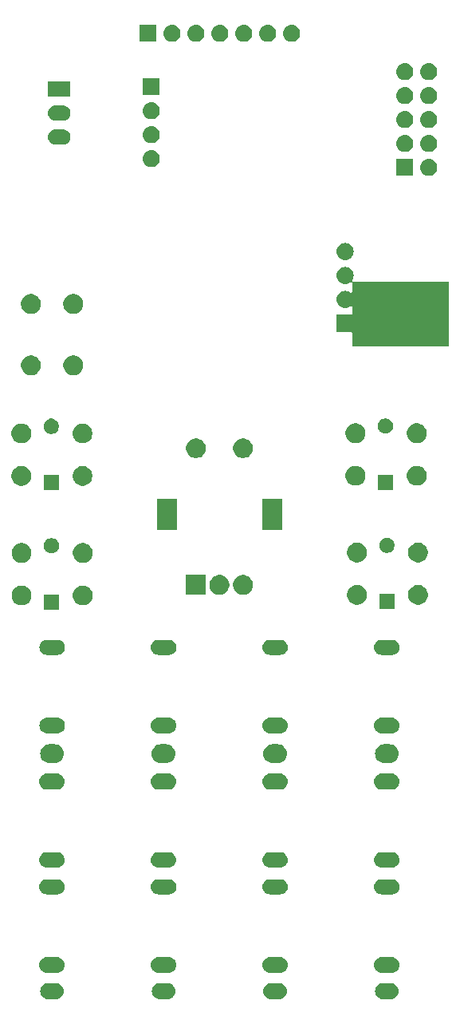
<source format=gbr>
G04 #@! TF.GenerationSoftware,KiCad,Pcbnew,5.1.4-e60b266~84~ubuntu18.04.1*
G04 #@! TF.CreationDate,2019-10-28T13:52:21+08:00*
G04 #@! TF.ProjectId,Waves,57617665-732e-46b6-9963-61645f706362,rev?*
G04 #@! TF.SameCoordinates,Original*
G04 #@! TF.FileFunction,Soldermask,Top*
G04 #@! TF.FilePolarity,Negative*
%FSLAX46Y46*%
G04 Gerber Fmt 4.6, Leading zero omitted, Abs format (unit mm)*
G04 Created by KiCad (PCBNEW 5.1.4-e60b266~84~ubuntu18.04.1) date 2019-10-28 13:52:21*
%MOMM*%
%LPD*%
G04 APERTURE LIST*
%ADD10C,0.100000*%
G04 APERTURE END LIST*
D10*
G36*
X145219823Y-152631313D02*
G01*
X145380242Y-152679976D01*
X145512906Y-152750886D01*
X145528078Y-152758996D01*
X145657659Y-152865341D01*
X145764004Y-152994922D01*
X145764005Y-152994924D01*
X145843024Y-153142758D01*
X145891687Y-153303177D01*
X145908117Y-153470000D01*
X145891687Y-153636823D01*
X145843024Y-153797242D01*
X145772114Y-153929906D01*
X145764004Y-153945078D01*
X145657659Y-154074659D01*
X145528078Y-154181004D01*
X145528076Y-154181005D01*
X145380242Y-154260024D01*
X145219823Y-154308687D01*
X145094804Y-154321000D01*
X144211196Y-154321000D01*
X144086177Y-154308687D01*
X143925758Y-154260024D01*
X143777924Y-154181005D01*
X143777922Y-154181004D01*
X143648341Y-154074659D01*
X143541996Y-153945078D01*
X143533886Y-153929906D01*
X143462976Y-153797242D01*
X143414313Y-153636823D01*
X143397883Y-153470000D01*
X143414313Y-153303177D01*
X143462976Y-153142758D01*
X143541995Y-152994924D01*
X143541996Y-152994922D01*
X143648341Y-152865341D01*
X143777922Y-152758996D01*
X143793094Y-152750886D01*
X143925758Y-152679976D01*
X144086177Y-152631313D01*
X144211196Y-152619000D01*
X145094804Y-152619000D01*
X145219823Y-152631313D01*
X145219823Y-152631313D01*
G37*
G36*
X133357823Y-152631313D02*
G01*
X133518242Y-152679976D01*
X133650906Y-152750886D01*
X133666078Y-152758996D01*
X133795659Y-152865341D01*
X133902004Y-152994922D01*
X133902005Y-152994924D01*
X133981024Y-153142758D01*
X134029687Y-153303177D01*
X134046117Y-153470000D01*
X134029687Y-153636823D01*
X133981024Y-153797242D01*
X133910114Y-153929906D01*
X133902004Y-153945078D01*
X133795659Y-154074659D01*
X133666078Y-154181004D01*
X133666076Y-154181005D01*
X133518242Y-154260024D01*
X133357823Y-154308687D01*
X133232804Y-154321000D01*
X132349196Y-154321000D01*
X132224177Y-154308687D01*
X132063758Y-154260024D01*
X131915924Y-154181005D01*
X131915922Y-154181004D01*
X131786341Y-154074659D01*
X131679996Y-153945078D01*
X131671886Y-153929906D01*
X131600976Y-153797242D01*
X131552313Y-153636823D01*
X131535883Y-153470000D01*
X131552313Y-153303177D01*
X131600976Y-153142758D01*
X131679995Y-152994924D01*
X131679996Y-152994922D01*
X131786341Y-152865341D01*
X131915922Y-152758996D01*
X131931094Y-152750886D01*
X132063758Y-152679976D01*
X132224177Y-152631313D01*
X132349196Y-152619000D01*
X133232804Y-152619000D01*
X133357823Y-152631313D01*
X133357823Y-152631313D01*
G37*
G36*
X109659823Y-152631313D02*
G01*
X109820242Y-152679976D01*
X109952906Y-152750886D01*
X109968078Y-152758996D01*
X110097659Y-152865341D01*
X110204004Y-152994922D01*
X110204005Y-152994924D01*
X110283024Y-153142758D01*
X110331687Y-153303177D01*
X110348117Y-153470000D01*
X110331687Y-153636823D01*
X110283024Y-153797242D01*
X110212114Y-153929906D01*
X110204004Y-153945078D01*
X110097659Y-154074659D01*
X109968078Y-154181004D01*
X109968076Y-154181005D01*
X109820242Y-154260024D01*
X109659823Y-154308687D01*
X109534804Y-154321000D01*
X108651196Y-154321000D01*
X108526177Y-154308687D01*
X108365758Y-154260024D01*
X108217924Y-154181005D01*
X108217922Y-154181004D01*
X108088341Y-154074659D01*
X107981996Y-153945078D01*
X107973886Y-153929906D01*
X107902976Y-153797242D01*
X107854313Y-153636823D01*
X107837883Y-153470000D01*
X107854313Y-153303177D01*
X107902976Y-153142758D01*
X107981995Y-152994924D01*
X107981996Y-152994922D01*
X108088341Y-152865341D01*
X108217922Y-152758996D01*
X108233094Y-152750886D01*
X108365758Y-152679976D01*
X108526177Y-152631313D01*
X108651196Y-152619000D01*
X109534804Y-152619000D01*
X109659823Y-152631313D01*
X109659823Y-152631313D01*
G37*
G36*
X121521823Y-152631313D02*
G01*
X121682242Y-152679976D01*
X121814906Y-152750886D01*
X121830078Y-152758996D01*
X121959659Y-152865341D01*
X122066004Y-152994922D01*
X122066005Y-152994924D01*
X122145024Y-153142758D01*
X122193687Y-153303177D01*
X122210117Y-153470000D01*
X122193687Y-153636823D01*
X122145024Y-153797242D01*
X122074114Y-153929906D01*
X122066004Y-153945078D01*
X121959659Y-154074659D01*
X121830078Y-154181004D01*
X121830076Y-154181005D01*
X121682242Y-154260024D01*
X121521823Y-154308687D01*
X121396804Y-154321000D01*
X120513196Y-154321000D01*
X120388177Y-154308687D01*
X120227758Y-154260024D01*
X120079924Y-154181005D01*
X120079922Y-154181004D01*
X119950341Y-154074659D01*
X119843996Y-153945078D01*
X119835886Y-153929906D01*
X119764976Y-153797242D01*
X119716313Y-153636823D01*
X119699883Y-153470000D01*
X119716313Y-153303177D01*
X119764976Y-153142758D01*
X119843995Y-152994924D01*
X119843996Y-152994922D01*
X119950341Y-152865341D01*
X120079922Y-152758996D01*
X120095094Y-152750886D01*
X120227758Y-152679976D01*
X120388177Y-152631313D01*
X120513196Y-152619000D01*
X121396804Y-152619000D01*
X121521823Y-152631313D01*
X121521823Y-152631313D01*
G37*
G36*
X121621823Y-149861313D02*
G01*
X121782242Y-149909976D01*
X121914906Y-149980886D01*
X121930078Y-149988996D01*
X122059659Y-150095341D01*
X122166004Y-150224922D01*
X122166005Y-150224924D01*
X122245024Y-150372758D01*
X122293687Y-150533177D01*
X122310117Y-150700000D01*
X122293687Y-150866823D01*
X122245024Y-151027242D01*
X122174114Y-151159906D01*
X122166004Y-151175078D01*
X122059659Y-151304659D01*
X121930078Y-151411004D01*
X121930076Y-151411005D01*
X121782242Y-151490024D01*
X121621823Y-151538687D01*
X121496804Y-151551000D01*
X120413196Y-151551000D01*
X120288177Y-151538687D01*
X120127758Y-151490024D01*
X119979924Y-151411005D01*
X119979922Y-151411004D01*
X119850341Y-151304659D01*
X119743996Y-151175078D01*
X119735886Y-151159906D01*
X119664976Y-151027242D01*
X119616313Y-150866823D01*
X119599883Y-150700000D01*
X119616313Y-150533177D01*
X119664976Y-150372758D01*
X119743995Y-150224924D01*
X119743996Y-150224922D01*
X119850341Y-150095341D01*
X119979922Y-149988996D01*
X119995094Y-149980886D01*
X120127758Y-149909976D01*
X120288177Y-149861313D01*
X120413196Y-149849000D01*
X121496804Y-149849000D01*
X121621823Y-149861313D01*
X121621823Y-149861313D01*
G37*
G36*
X145319823Y-149861313D02*
G01*
X145480242Y-149909976D01*
X145612906Y-149980886D01*
X145628078Y-149988996D01*
X145757659Y-150095341D01*
X145864004Y-150224922D01*
X145864005Y-150224924D01*
X145943024Y-150372758D01*
X145991687Y-150533177D01*
X146008117Y-150700000D01*
X145991687Y-150866823D01*
X145943024Y-151027242D01*
X145872114Y-151159906D01*
X145864004Y-151175078D01*
X145757659Y-151304659D01*
X145628078Y-151411004D01*
X145628076Y-151411005D01*
X145480242Y-151490024D01*
X145319823Y-151538687D01*
X145194804Y-151551000D01*
X144111196Y-151551000D01*
X143986177Y-151538687D01*
X143825758Y-151490024D01*
X143677924Y-151411005D01*
X143677922Y-151411004D01*
X143548341Y-151304659D01*
X143441996Y-151175078D01*
X143433886Y-151159906D01*
X143362976Y-151027242D01*
X143314313Y-150866823D01*
X143297883Y-150700000D01*
X143314313Y-150533177D01*
X143362976Y-150372758D01*
X143441995Y-150224924D01*
X143441996Y-150224922D01*
X143548341Y-150095341D01*
X143677922Y-149988996D01*
X143693094Y-149980886D01*
X143825758Y-149909976D01*
X143986177Y-149861313D01*
X144111196Y-149849000D01*
X145194804Y-149849000D01*
X145319823Y-149861313D01*
X145319823Y-149861313D01*
G37*
G36*
X109759823Y-149861313D02*
G01*
X109920242Y-149909976D01*
X110052906Y-149980886D01*
X110068078Y-149988996D01*
X110197659Y-150095341D01*
X110304004Y-150224922D01*
X110304005Y-150224924D01*
X110383024Y-150372758D01*
X110431687Y-150533177D01*
X110448117Y-150700000D01*
X110431687Y-150866823D01*
X110383024Y-151027242D01*
X110312114Y-151159906D01*
X110304004Y-151175078D01*
X110197659Y-151304659D01*
X110068078Y-151411004D01*
X110068076Y-151411005D01*
X109920242Y-151490024D01*
X109759823Y-151538687D01*
X109634804Y-151551000D01*
X108551196Y-151551000D01*
X108426177Y-151538687D01*
X108265758Y-151490024D01*
X108117924Y-151411005D01*
X108117922Y-151411004D01*
X107988341Y-151304659D01*
X107881996Y-151175078D01*
X107873886Y-151159906D01*
X107802976Y-151027242D01*
X107754313Y-150866823D01*
X107737883Y-150700000D01*
X107754313Y-150533177D01*
X107802976Y-150372758D01*
X107881995Y-150224924D01*
X107881996Y-150224922D01*
X107988341Y-150095341D01*
X108117922Y-149988996D01*
X108133094Y-149980886D01*
X108265758Y-149909976D01*
X108426177Y-149861313D01*
X108551196Y-149849000D01*
X109634804Y-149849000D01*
X109759823Y-149861313D01*
X109759823Y-149861313D01*
G37*
G36*
X133457823Y-149861313D02*
G01*
X133618242Y-149909976D01*
X133750906Y-149980886D01*
X133766078Y-149988996D01*
X133895659Y-150095341D01*
X134002004Y-150224922D01*
X134002005Y-150224924D01*
X134081024Y-150372758D01*
X134129687Y-150533177D01*
X134146117Y-150700000D01*
X134129687Y-150866823D01*
X134081024Y-151027242D01*
X134010114Y-151159906D01*
X134002004Y-151175078D01*
X133895659Y-151304659D01*
X133766078Y-151411004D01*
X133766076Y-151411005D01*
X133618242Y-151490024D01*
X133457823Y-151538687D01*
X133332804Y-151551000D01*
X132249196Y-151551000D01*
X132124177Y-151538687D01*
X131963758Y-151490024D01*
X131815924Y-151411005D01*
X131815922Y-151411004D01*
X131686341Y-151304659D01*
X131579996Y-151175078D01*
X131571886Y-151159906D01*
X131500976Y-151027242D01*
X131452313Y-150866823D01*
X131435883Y-150700000D01*
X131452313Y-150533177D01*
X131500976Y-150372758D01*
X131579995Y-150224924D01*
X131579996Y-150224922D01*
X131686341Y-150095341D01*
X131815922Y-149988996D01*
X131831094Y-149980886D01*
X131963758Y-149909976D01*
X132124177Y-149861313D01*
X132249196Y-149849000D01*
X133332804Y-149849000D01*
X133457823Y-149861313D01*
X133457823Y-149861313D01*
G37*
G36*
X109721571Y-141602863D02*
G01*
X109800023Y-141610590D01*
X109900682Y-141641125D01*
X109951013Y-141656392D01*
X110090165Y-141730771D01*
X110212133Y-141830867D01*
X110312229Y-141952835D01*
X110386608Y-142091987D01*
X110386608Y-142091988D01*
X110432410Y-142242977D01*
X110447875Y-142400000D01*
X110432410Y-142557023D01*
X110401875Y-142657682D01*
X110386608Y-142708013D01*
X110312229Y-142847165D01*
X110212133Y-142969133D01*
X110090165Y-143069229D01*
X109951013Y-143143608D01*
X109900682Y-143158875D01*
X109800023Y-143189410D01*
X109721571Y-143197137D01*
X109682346Y-143201000D01*
X108503654Y-143201000D01*
X108464429Y-143197137D01*
X108385977Y-143189410D01*
X108285318Y-143158875D01*
X108234987Y-143143608D01*
X108095835Y-143069229D01*
X107973867Y-142969133D01*
X107873771Y-142847165D01*
X107799392Y-142708013D01*
X107784125Y-142657682D01*
X107753590Y-142557023D01*
X107738125Y-142400000D01*
X107753590Y-142242977D01*
X107799392Y-142091988D01*
X107799392Y-142091987D01*
X107873771Y-141952835D01*
X107973867Y-141830867D01*
X108095835Y-141730771D01*
X108234987Y-141656392D01*
X108285318Y-141641125D01*
X108385977Y-141610590D01*
X108464429Y-141602863D01*
X108503654Y-141599000D01*
X109682346Y-141599000D01*
X109721571Y-141602863D01*
X109721571Y-141602863D01*
G37*
G36*
X121583571Y-141602863D02*
G01*
X121662023Y-141610590D01*
X121762682Y-141641125D01*
X121813013Y-141656392D01*
X121952165Y-141730771D01*
X122074133Y-141830867D01*
X122174229Y-141952835D01*
X122248608Y-142091987D01*
X122248608Y-142091988D01*
X122294410Y-142242977D01*
X122309875Y-142400000D01*
X122294410Y-142557023D01*
X122263875Y-142657682D01*
X122248608Y-142708013D01*
X122174229Y-142847165D01*
X122074133Y-142969133D01*
X121952165Y-143069229D01*
X121813013Y-143143608D01*
X121762682Y-143158875D01*
X121662023Y-143189410D01*
X121583571Y-143197137D01*
X121544346Y-143201000D01*
X120365654Y-143201000D01*
X120326429Y-143197137D01*
X120247977Y-143189410D01*
X120147318Y-143158875D01*
X120096987Y-143143608D01*
X119957835Y-143069229D01*
X119835867Y-142969133D01*
X119735771Y-142847165D01*
X119661392Y-142708013D01*
X119646125Y-142657682D01*
X119615590Y-142557023D01*
X119600125Y-142400000D01*
X119615590Y-142242977D01*
X119661392Y-142091988D01*
X119661392Y-142091987D01*
X119735771Y-141952835D01*
X119835867Y-141830867D01*
X119957835Y-141730771D01*
X120096987Y-141656392D01*
X120147318Y-141641125D01*
X120247977Y-141610590D01*
X120326429Y-141602863D01*
X120365654Y-141599000D01*
X121544346Y-141599000D01*
X121583571Y-141602863D01*
X121583571Y-141602863D01*
G37*
G36*
X133419571Y-141602863D02*
G01*
X133498023Y-141610590D01*
X133598682Y-141641125D01*
X133649013Y-141656392D01*
X133788165Y-141730771D01*
X133910133Y-141830867D01*
X134010229Y-141952835D01*
X134084608Y-142091987D01*
X134084608Y-142091988D01*
X134130410Y-142242977D01*
X134145875Y-142400000D01*
X134130410Y-142557023D01*
X134099875Y-142657682D01*
X134084608Y-142708013D01*
X134010229Y-142847165D01*
X133910133Y-142969133D01*
X133788165Y-143069229D01*
X133649013Y-143143608D01*
X133598682Y-143158875D01*
X133498023Y-143189410D01*
X133419571Y-143197137D01*
X133380346Y-143201000D01*
X132201654Y-143201000D01*
X132162429Y-143197137D01*
X132083977Y-143189410D01*
X131983318Y-143158875D01*
X131932987Y-143143608D01*
X131793835Y-143069229D01*
X131671867Y-142969133D01*
X131571771Y-142847165D01*
X131497392Y-142708013D01*
X131482125Y-142657682D01*
X131451590Y-142557023D01*
X131436125Y-142400000D01*
X131451590Y-142242977D01*
X131497392Y-142091988D01*
X131497392Y-142091987D01*
X131571771Y-141952835D01*
X131671867Y-141830867D01*
X131793835Y-141730771D01*
X131932987Y-141656392D01*
X131983318Y-141641125D01*
X132083977Y-141610590D01*
X132162429Y-141602863D01*
X132201654Y-141599000D01*
X133380346Y-141599000D01*
X133419571Y-141602863D01*
X133419571Y-141602863D01*
G37*
G36*
X145281571Y-141602863D02*
G01*
X145360023Y-141610590D01*
X145460682Y-141641125D01*
X145511013Y-141656392D01*
X145650165Y-141730771D01*
X145772133Y-141830867D01*
X145872229Y-141952835D01*
X145946608Y-142091987D01*
X145946608Y-142091988D01*
X145992410Y-142242977D01*
X146007875Y-142400000D01*
X145992410Y-142557023D01*
X145961875Y-142657682D01*
X145946608Y-142708013D01*
X145872229Y-142847165D01*
X145772133Y-142969133D01*
X145650165Y-143069229D01*
X145511013Y-143143608D01*
X145460682Y-143158875D01*
X145360023Y-143189410D01*
X145281571Y-143197137D01*
X145242346Y-143201000D01*
X144063654Y-143201000D01*
X144024429Y-143197137D01*
X143945977Y-143189410D01*
X143845318Y-143158875D01*
X143794987Y-143143608D01*
X143655835Y-143069229D01*
X143533867Y-142969133D01*
X143433771Y-142847165D01*
X143359392Y-142708013D01*
X143344125Y-142657682D01*
X143313590Y-142557023D01*
X143298125Y-142400000D01*
X143313590Y-142242977D01*
X143359392Y-142091988D01*
X143359392Y-142091987D01*
X143433771Y-141952835D01*
X143533867Y-141830867D01*
X143655835Y-141730771D01*
X143794987Y-141656392D01*
X143845318Y-141641125D01*
X143945977Y-141610590D01*
X144024429Y-141602863D01*
X144063654Y-141599000D01*
X145242346Y-141599000D01*
X145281571Y-141602863D01*
X145281571Y-141602863D01*
G37*
G36*
X145281571Y-138742863D02*
G01*
X145360023Y-138750590D01*
X145460682Y-138781125D01*
X145511013Y-138796392D01*
X145650165Y-138870771D01*
X145772133Y-138970867D01*
X145872229Y-139092835D01*
X145946608Y-139231987D01*
X145946608Y-139231988D01*
X145992410Y-139382977D01*
X146007875Y-139540000D01*
X145992410Y-139697023D01*
X145961875Y-139797682D01*
X145946608Y-139848013D01*
X145872229Y-139987165D01*
X145772133Y-140109133D01*
X145650165Y-140209229D01*
X145511013Y-140283608D01*
X145460682Y-140298875D01*
X145360023Y-140329410D01*
X145281571Y-140337137D01*
X145242346Y-140341000D01*
X144063654Y-140341000D01*
X144024429Y-140337137D01*
X143945977Y-140329410D01*
X143845318Y-140298875D01*
X143794987Y-140283608D01*
X143655835Y-140209229D01*
X143533867Y-140109133D01*
X143433771Y-139987165D01*
X143359392Y-139848013D01*
X143344125Y-139797682D01*
X143313590Y-139697023D01*
X143298125Y-139540000D01*
X143313590Y-139382977D01*
X143359392Y-139231988D01*
X143359392Y-139231987D01*
X143433771Y-139092835D01*
X143533867Y-138970867D01*
X143655835Y-138870771D01*
X143794987Y-138796392D01*
X143845318Y-138781125D01*
X143945977Y-138750590D01*
X144024429Y-138742863D01*
X144063654Y-138739000D01*
X145242346Y-138739000D01*
X145281571Y-138742863D01*
X145281571Y-138742863D01*
G37*
G36*
X109721571Y-138742863D02*
G01*
X109800023Y-138750590D01*
X109900682Y-138781125D01*
X109951013Y-138796392D01*
X110090165Y-138870771D01*
X110212133Y-138970867D01*
X110312229Y-139092835D01*
X110386608Y-139231987D01*
X110386608Y-139231988D01*
X110432410Y-139382977D01*
X110447875Y-139540000D01*
X110432410Y-139697023D01*
X110401875Y-139797682D01*
X110386608Y-139848013D01*
X110312229Y-139987165D01*
X110212133Y-140109133D01*
X110090165Y-140209229D01*
X109951013Y-140283608D01*
X109900682Y-140298875D01*
X109800023Y-140329410D01*
X109721571Y-140337137D01*
X109682346Y-140341000D01*
X108503654Y-140341000D01*
X108464429Y-140337137D01*
X108385977Y-140329410D01*
X108285318Y-140298875D01*
X108234987Y-140283608D01*
X108095835Y-140209229D01*
X107973867Y-140109133D01*
X107873771Y-139987165D01*
X107799392Y-139848013D01*
X107784125Y-139797682D01*
X107753590Y-139697023D01*
X107738125Y-139540000D01*
X107753590Y-139382977D01*
X107799392Y-139231988D01*
X107799392Y-139231987D01*
X107873771Y-139092835D01*
X107973867Y-138970867D01*
X108095835Y-138870771D01*
X108234987Y-138796392D01*
X108285318Y-138781125D01*
X108385977Y-138750590D01*
X108464429Y-138742863D01*
X108503654Y-138739000D01*
X109682346Y-138739000D01*
X109721571Y-138742863D01*
X109721571Y-138742863D01*
G37*
G36*
X133419571Y-138742863D02*
G01*
X133498023Y-138750590D01*
X133598682Y-138781125D01*
X133649013Y-138796392D01*
X133788165Y-138870771D01*
X133910133Y-138970867D01*
X134010229Y-139092835D01*
X134084608Y-139231987D01*
X134084608Y-139231988D01*
X134130410Y-139382977D01*
X134145875Y-139540000D01*
X134130410Y-139697023D01*
X134099875Y-139797682D01*
X134084608Y-139848013D01*
X134010229Y-139987165D01*
X133910133Y-140109133D01*
X133788165Y-140209229D01*
X133649013Y-140283608D01*
X133598682Y-140298875D01*
X133498023Y-140329410D01*
X133419571Y-140337137D01*
X133380346Y-140341000D01*
X132201654Y-140341000D01*
X132162429Y-140337137D01*
X132083977Y-140329410D01*
X131983318Y-140298875D01*
X131932987Y-140283608D01*
X131793835Y-140209229D01*
X131671867Y-140109133D01*
X131571771Y-139987165D01*
X131497392Y-139848013D01*
X131482125Y-139797682D01*
X131451590Y-139697023D01*
X131436125Y-139540000D01*
X131451590Y-139382977D01*
X131497392Y-139231988D01*
X131497392Y-139231987D01*
X131571771Y-139092835D01*
X131671867Y-138970867D01*
X131793835Y-138870771D01*
X131932987Y-138796392D01*
X131983318Y-138781125D01*
X132083977Y-138750590D01*
X132162429Y-138742863D01*
X132201654Y-138739000D01*
X133380346Y-138739000D01*
X133419571Y-138742863D01*
X133419571Y-138742863D01*
G37*
G36*
X121557571Y-138742863D02*
G01*
X121636023Y-138750590D01*
X121736682Y-138781125D01*
X121787013Y-138796392D01*
X121926165Y-138870771D01*
X122048133Y-138970867D01*
X122148229Y-139092835D01*
X122222608Y-139231987D01*
X122222608Y-139231988D01*
X122268410Y-139382977D01*
X122283875Y-139540000D01*
X122268410Y-139697023D01*
X122237875Y-139797682D01*
X122222608Y-139848013D01*
X122148229Y-139987165D01*
X122048133Y-140109133D01*
X121926165Y-140209229D01*
X121787013Y-140283608D01*
X121736682Y-140298875D01*
X121636023Y-140329410D01*
X121557571Y-140337137D01*
X121518346Y-140341000D01*
X120339654Y-140341000D01*
X120300429Y-140337137D01*
X120221977Y-140329410D01*
X120121318Y-140298875D01*
X120070987Y-140283608D01*
X119931835Y-140209229D01*
X119809867Y-140109133D01*
X119709771Y-139987165D01*
X119635392Y-139848013D01*
X119620125Y-139797682D01*
X119589590Y-139697023D01*
X119574125Y-139540000D01*
X119589590Y-139382977D01*
X119635392Y-139231988D01*
X119635392Y-139231987D01*
X119709771Y-139092835D01*
X119809867Y-138970867D01*
X119931835Y-138870771D01*
X120070987Y-138796392D01*
X120121318Y-138781125D01*
X120221977Y-138750590D01*
X120300429Y-138742863D01*
X120339654Y-138739000D01*
X121518346Y-138739000D01*
X121557571Y-138742863D01*
X121557571Y-138742863D01*
G37*
G36*
X109759823Y-130401313D02*
G01*
X109920242Y-130449976D01*
X110052906Y-130520886D01*
X110068078Y-130528996D01*
X110197659Y-130635341D01*
X110304004Y-130764922D01*
X110304005Y-130764924D01*
X110383024Y-130912758D01*
X110431687Y-131073177D01*
X110448117Y-131240000D01*
X110431687Y-131406823D01*
X110383024Y-131567242D01*
X110312114Y-131699906D01*
X110304004Y-131715078D01*
X110197659Y-131844659D01*
X110068078Y-131951004D01*
X110068076Y-131951005D01*
X109920242Y-132030024D01*
X109759823Y-132078687D01*
X109634804Y-132091000D01*
X108551196Y-132091000D01*
X108426177Y-132078687D01*
X108265758Y-132030024D01*
X108117924Y-131951005D01*
X108117922Y-131951004D01*
X107988341Y-131844659D01*
X107881996Y-131715078D01*
X107873886Y-131699906D01*
X107802976Y-131567242D01*
X107754313Y-131406823D01*
X107737883Y-131240000D01*
X107754313Y-131073177D01*
X107802976Y-130912758D01*
X107881995Y-130764924D01*
X107881996Y-130764922D01*
X107988341Y-130635341D01*
X108117922Y-130528996D01*
X108133094Y-130520886D01*
X108265758Y-130449976D01*
X108426177Y-130401313D01*
X108551196Y-130389000D01*
X109634804Y-130389000D01*
X109759823Y-130401313D01*
X109759823Y-130401313D01*
G37*
G36*
X145319823Y-130401313D02*
G01*
X145480242Y-130449976D01*
X145612906Y-130520886D01*
X145628078Y-130528996D01*
X145757659Y-130635341D01*
X145864004Y-130764922D01*
X145864005Y-130764924D01*
X145943024Y-130912758D01*
X145991687Y-131073177D01*
X146008117Y-131240000D01*
X145991687Y-131406823D01*
X145943024Y-131567242D01*
X145872114Y-131699906D01*
X145864004Y-131715078D01*
X145757659Y-131844659D01*
X145628078Y-131951004D01*
X145628076Y-131951005D01*
X145480242Y-132030024D01*
X145319823Y-132078687D01*
X145194804Y-132091000D01*
X144111196Y-132091000D01*
X143986177Y-132078687D01*
X143825758Y-132030024D01*
X143677924Y-131951005D01*
X143677922Y-131951004D01*
X143548341Y-131844659D01*
X143441996Y-131715078D01*
X143433886Y-131699906D01*
X143362976Y-131567242D01*
X143314313Y-131406823D01*
X143297883Y-131240000D01*
X143314313Y-131073177D01*
X143362976Y-130912758D01*
X143441995Y-130764924D01*
X143441996Y-130764922D01*
X143548341Y-130635341D01*
X143677922Y-130528996D01*
X143693094Y-130520886D01*
X143825758Y-130449976D01*
X143986177Y-130401313D01*
X144111196Y-130389000D01*
X145194804Y-130389000D01*
X145319823Y-130401313D01*
X145319823Y-130401313D01*
G37*
G36*
X133457823Y-130401313D02*
G01*
X133618242Y-130449976D01*
X133750906Y-130520886D01*
X133766078Y-130528996D01*
X133895659Y-130635341D01*
X134002004Y-130764922D01*
X134002005Y-130764924D01*
X134081024Y-130912758D01*
X134129687Y-131073177D01*
X134146117Y-131240000D01*
X134129687Y-131406823D01*
X134081024Y-131567242D01*
X134010114Y-131699906D01*
X134002004Y-131715078D01*
X133895659Y-131844659D01*
X133766078Y-131951004D01*
X133766076Y-131951005D01*
X133618242Y-132030024D01*
X133457823Y-132078687D01*
X133332804Y-132091000D01*
X132249196Y-132091000D01*
X132124177Y-132078687D01*
X131963758Y-132030024D01*
X131815924Y-131951005D01*
X131815922Y-131951004D01*
X131686341Y-131844659D01*
X131579996Y-131715078D01*
X131571886Y-131699906D01*
X131500976Y-131567242D01*
X131452313Y-131406823D01*
X131435883Y-131240000D01*
X131452313Y-131073177D01*
X131500976Y-130912758D01*
X131579995Y-130764924D01*
X131579996Y-130764922D01*
X131686341Y-130635341D01*
X131815922Y-130528996D01*
X131831094Y-130520886D01*
X131963758Y-130449976D01*
X132124177Y-130401313D01*
X132249196Y-130389000D01*
X133332804Y-130389000D01*
X133457823Y-130401313D01*
X133457823Y-130401313D01*
G37*
G36*
X121595823Y-130401313D02*
G01*
X121756242Y-130449976D01*
X121888906Y-130520886D01*
X121904078Y-130528996D01*
X122033659Y-130635341D01*
X122140004Y-130764922D01*
X122140005Y-130764924D01*
X122219024Y-130912758D01*
X122267687Y-131073177D01*
X122284117Y-131240000D01*
X122267687Y-131406823D01*
X122219024Y-131567242D01*
X122148114Y-131699906D01*
X122140004Y-131715078D01*
X122033659Y-131844659D01*
X121904078Y-131951004D01*
X121904076Y-131951005D01*
X121756242Y-132030024D01*
X121595823Y-132078687D01*
X121470804Y-132091000D01*
X120387196Y-132091000D01*
X120262177Y-132078687D01*
X120101758Y-132030024D01*
X119953924Y-131951005D01*
X119953922Y-131951004D01*
X119824341Y-131844659D01*
X119717996Y-131715078D01*
X119709886Y-131699906D01*
X119638976Y-131567242D01*
X119590313Y-131406823D01*
X119573883Y-131240000D01*
X119590313Y-131073177D01*
X119638976Y-130912758D01*
X119717995Y-130764924D01*
X119717996Y-130764922D01*
X119824341Y-130635341D01*
X119953922Y-130528996D01*
X119969094Y-130520886D01*
X120101758Y-130449976D01*
X120262177Y-130401313D01*
X120387196Y-130389000D01*
X121470804Y-130389000D01*
X121595823Y-130401313D01*
X121595823Y-130401313D01*
G37*
G36*
X109539228Y-127283483D02*
G01*
X109727922Y-127340723D01*
X109901815Y-127433671D01*
X110054239Y-127558761D01*
X110179329Y-127711185D01*
X110272277Y-127885078D01*
X110329517Y-128073772D01*
X110348843Y-128270000D01*
X110329517Y-128466228D01*
X110272277Y-128654922D01*
X110179329Y-128828815D01*
X110054239Y-128981239D01*
X109901815Y-129106329D01*
X109727922Y-129199277D01*
X109539228Y-129256517D01*
X109392175Y-129271000D01*
X108793825Y-129271000D01*
X108646772Y-129256517D01*
X108458078Y-129199277D01*
X108284185Y-129106329D01*
X108131761Y-128981239D01*
X108006671Y-128828815D01*
X107913723Y-128654922D01*
X107856483Y-128466228D01*
X107837157Y-128270000D01*
X107856483Y-128073772D01*
X107913723Y-127885078D01*
X108006671Y-127711185D01*
X108131761Y-127558761D01*
X108284185Y-127433671D01*
X108458078Y-127340723D01*
X108646772Y-127283483D01*
X108793825Y-127269000D01*
X109392175Y-127269000D01*
X109539228Y-127283483D01*
X109539228Y-127283483D01*
G37*
G36*
X121375228Y-127283483D02*
G01*
X121563922Y-127340723D01*
X121737815Y-127433671D01*
X121890239Y-127558761D01*
X122015329Y-127711185D01*
X122108277Y-127885078D01*
X122165517Y-128073772D01*
X122184843Y-128270000D01*
X122165517Y-128466228D01*
X122108277Y-128654922D01*
X122015329Y-128828815D01*
X121890239Y-128981239D01*
X121737815Y-129106329D01*
X121563922Y-129199277D01*
X121375228Y-129256517D01*
X121228175Y-129271000D01*
X120629825Y-129271000D01*
X120482772Y-129256517D01*
X120294078Y-129199277D01*
X120120185Y-129106329D01*
X119967761Y-128981239D01*
X119842671Y-128828815D01*
X119749723Y-128654922D01*
X119692483Y-128466228D01*
X119673157Y-128270000D01*
X119692483Y-128073772D01*
X119749723Y-127885078D01*
X119842671Y-127711185D01*
X119967761Y-127558761D01*
X120120185Y-127433671D01*
X120294078Y-127340723D01*
X120482772Y-127283483D01*
X120629825Y-127269000D01*
X121228175Y-127269000D01*
X121375228Y-127283483D01*
X121375228Y-127283483D01*
G37*
G36*
X133237228Y-127283483D02*
G01*
X133425922Y-127340723D01*
X133599815Y-127433671D01*
X133752239Y-127558761D01*
X133877329Y-127711185D01*
X133970277Y-127885078D01*
X134027517Y-128073772D01*
X134046843Y-128270000D01*
X134027517Y-128466228D01*
X133970277Y-128654922D01*
X133877329Y-128828815D01*
X133752239Y-128981239D01*
X133599815Y-129106329D01*
X133425922Y-129199277D01*
X133237228Y-129256517D01*
X133090175Y-129271000D01*
X132491825Y-129271000D01*
X132344772Y-129256517D01*
X132156078Y-129199277D01*
X131982185Y-129106329D01*
X131829761Y-128981239D01*
X131704671Y-128828815D01*
X131611723Y-128654922D01*
X131554483Y-128466228D01*
X131535157Y-128270000D01*
X131554483Y-128073772D01*
X131611723Y-127885078D01*
X131704671Y-127711185D01*
X131829761Y-127558761D01*
X131982185Y-127433671D01*
X132156078Y-127340723D01*
X132344772Y-127283483D01*
X132491825Y-127269000D01*
X133090175Y-127269000D01*
X133237228Y-127283483D01*
X133237228Y-127283483D01*
G37*
G36*
X145099228Y-127283483D02*
G01*
X145287922Y-127340723D01*
X145461815Y-127433671D01*
X145614239Y-127558761D01*
X145739329Y-127711185D01*
X145832277Y-127885078D01*
X145889517Y-128073772D01*
X145908843Y-128270000D01*
X145889517Y-128466228D01*
X145832277Y-128654922D01*
X145739329Y-128828815D01*
X145614239Y-128981239D01*
X145461815Y-129106329D01*
X145287922Y-129199277D01*
X145099228Y-129256517D01*
X144952175Y-129271000D01*
X144353825Y-129271000D01*
X144206772Y-129256517D01*
X144018078Y-129199277D01*
X143844185Y-129106329D01*
X143691761Y-128981239D01*
X143566671Y-128828815D01*
X143473723Y-128654922D01*
X143416483Y-128466228D01*
X143397157Y-128270000D01*
X143416483Y-128073772D01*
X143473723Y-127885078D01*
X143566671Y-127711185D01*
X143691761Y-127558761D01*
X143844185Y-127433671D01*
X144018078Y-127340723D01*
X144206772Y-127283483D01*
X144353825Y-127269000D01*
X144952175Y-127269000D01*
X145099228Y-127283483D01*
X145099228Y-127283483D01*
G37*
G36*
X109784823Y-124461313D02*
G01*
X109945242Y-124509976D01*
X110077906Y-124580886D01*
X110093078Y-124588996D01*
X110222659Y-124695341D01*
X110329004Y-124824922D01*
X110329005Y-124824924D01*
X110408024Y-124972758D01*
X110456687Y-125133177D01*
X110473117Y-125300000D01*
X110456687Y-125466823D01*
X110408024Y-125627242D01*
X110337114Y-125759906D01*
X110329004Y-125775078D01*
X110222659Y-125904659D01*
X110093078Y-126011004D01*
X110093076Y-126011005D01*
X109945242Y-126090024D01*
X109784823Y-126138687D01*
X109659804Y-126151000D01*
X108576196Y-126151000D01*
X108451177Y-126138687D01*
X108290758Y-126090024D01*
X108142924Y-126011005D01*
X108142922Y-126011004D01*
X108013341Y-125904659D01*
X107906996Y-125775078D01*
X107898886Y-125759906D01*
X107827976Y-125627242D01*
X107779313Y-125466823D01*
X107762883Y-125300000D01*
X107779313Y-125133177D01*
X107827976Y-124972758D01*
X107906995Y-124824924D01*
X107906996Y-124824922D01*
X108013341Y-124695341D01*
X108142922Y-124588996D01*
X108158094Y-124580886D01*
X108290758Y-124509976D01*
X108451177Y-124461313D01*
X108576196Y-124449000D01*
X109659804Y-124449000D01*
X109784823Y-124461313D01*
X109784823Y-124461313D01*
G37*
G36*
X133457823Y-124461313D02*
G01*
X133618242Y-124509976D01*
X133750906Y-124580886D01*
X133766078Y-124588996D01*
X133895659Y-124695341D01*
X134002004Y-124824922D01*
X134002005Y-124824924D01*
X134081024Y-124972758D01*
X134129687Y-125133177D01*
X134146117Y-125300000D01*
X134129687Y-125466823D01*
X134081024Y-125627242D01*
X134010114Y-125759906D01*
X134002004Y-125775078D01*
X133895659Y-125904659D01*
X133766078Y-126011004D01*
X133766076Y-126011005D01*
X133618242Y-126090024D01*
X133457823Y-126138687D01*
X133332804Y-126151000D01*
X132249196Y-126151000D01*
X132124177Y-126138687D01*
X131963758Y-126090024D01*
X131815924Y-126011005D01*
X131815922Y-126011004D01*
X131686341Y-125904659D01*
X131579996Y-125775078D01*
X131571886Y-125759906D01*
X131500976Y-125627242D01*
X131452313Y-125466823D01*
X131435883Y-125300000D01*
X131452313Y-125133177D01*
X131500976Y-124972758D01*
X131579995Y-124824924D01*
X131579996Y-124824922D01*
X131686341Y-124695341D01*
X131815922Y-124588996D01*
X131831094Y-124580886D01*
X131963758Y-124509976D01*
X132124177Y-124461313D01*
X132249196Y-124449000D01*
X133332804Y-124449000D01*
X133457823Y-124461313D01*
X133457823Y-124461313D01*
G37*
G36*
X121621823Y-124461313D02*
G01*
X121782242Y-124509976D01*
X121914906Y-124580886D01*
X121930078Y-124588996D01*
X122059659Y-124695341D01*
X122166004Y-124824922D01*
X122166005Y-124824924D01*
X122245024Y-124972758D01*
X122293687Y-125133177D01*
X122310117Y-125300000D01*
X122293687Y-125466823D01*
X122245024Y-125627242D01*
X122174114Y-125759906D01*
X122166004Y-125775078D01*
X122059659Y-125904659D01*
X121930078Y-126011004D01*
X121930076Y-126011005D01*
X121782242Y-126090024D01*
X121621823Y-126138687D01*
X121496804Y-126151000D01*
X120413196Y-126151000D01*
X120288177Y-126138687D01*
X120127758Y-126090024D01*
X119979924Y-126011005D01*
X119979922Y-126011004D01*
X119850341Y-125904659D01*
X119743996Y-125775078D01*
X119735886Y-125759906D01*
X119664976Y-125627242D01*
X119616313Y-125466823D01*
X119599883Y-125300000D01*
X119616313Y-125133177D01*
X119664976Y-124972758D01*
X119743995Y-124824924D01*
X119743996Y-124824922D01*
X119850341Y-124695341D01*
X119979922Y-124588996D01*
X119995094Y-124580886D01*
X120127758Y-124509976D01*
X120288177Y-124461313D01*
X120413196Y-124449000D01*
X121496804Y-124449000D01*
X121621823Y-124461313D01*
X121621823Y-124461313D01*
G37*
G36*
X145319823Y-124461313D02*
G01*
X145480242Y-124509976D01*
X145612906Y-124580886D01*
X145628078Y-124588996D01*
X145757659Y-124695341D01*
X145864004Y-124824922D01*
X145864005Y-124824924D01*
X145943024Y-124972758D01*
X145991687Y-125133177D01*
X146008117Y-125300000D01*
X145991687Y-125466823D01*
X145943024Y-125627242D01*
X145872114Y-125759906D01*
X145864004Y-125775078D01*
X145757659Y-125904659D01*
X145628078Y-126011004D01*
X145628076Y-126011005D01*
X145480242Y-126090024D01*
X145319823Y-126138687D01*
X145194804Y-126151000D01*
X144111196Y-126151000D01*
X143986177Y-126138687D01*
X143825758Y-126090024D01*
X143677924Y-126011005D01*
X143677922Y-126011004D01*
X143548341Y-125904659D01*
X143441996Y-125775078D01*
X143433886Y-125759906D01*
X143362976Y-125627242D01*
X143314313Y-125466823D01*
X143297883Y-125300000D01*
X143314313Y-125133177D01*
X143362976Y-124972758D01*
X143441995Y-124824924D01*
X143441996Y-124824922D01*
X143548341Y-124695341D01*
X143677922Y-124588996D01*
X143693094Y-124580886D01*
X143825758Y-124509976D01*
X143986177Y-124461313D01*
X144111196Y-124449000D01*
X145194804Y-124449000D01*
X145319823Y-124461313D01*
X145319823Y-124461313D01*
G37*
G36*
X145281571Y-116202863D02*
G01*
X145360023Y-116210590D01*
X145460682Y-116241125D01*
X145511013Y-116256392D01*
X145650165Y-116330771D01*
X145772133Y-116430867D01*
X145872229Y-116552835D01*
X145946608Y-116691987D01*
X145946608Y-116691988D01*
X145992410Y-116842977D01*
X146007875Y-117000000D01*
X145992410Y-117157023D01*
X145961875Y-117257682D01*
X145946608Y-117308013D01*
X145872229Y-117447165D01*
X145772133Y-117569133D01*
X145650165Y-117669229D01*
X145511013Y-117743608D01*
X145460682Y-117758875D01*
X145360023Y-117789410D01*
X145281571Y-117797137D01*
X145242346Y-117801000D01*
X144063654Y-117801000D01*
X144024429Y-117797137D01*
X143945977Y-117789410D01*
X143845318Y-117758875D01*
X143794987Y-117743608D01*
X143655835Y-117669229D01*
X143533867Y-117569133D01*
X143433771Y-117447165D01*
X143359392Y-117308013D01*
X143344125Y-117257682D01*
X143313590Y-117157023D01*
X143298125Y-117000000D01*
X143313590Y-116842977D01*
X143359392Y-116691988D01*
X143359392Y-116691987D01*
X143433771Y-116552835D01*
X143533867Y-116430867D01*
X143655835Y-116330771D01*
X143794987Y-116256392D01*
X143845318Y-116241125D01*
X143945977Y-116210590D01*
X144024429Y-116202863D01*
X144063654Y-116199000D01*
X145242346Y-116199000D01*
X145281571Y-116202863D01*
X145281571Y-116202863D01*
G37*
G36*
X133419571Y-116202863D02*
G01*
X133498023Y-116210590D01*
X133598682Y-116241125D01*
X133649013Y-116256392D01*
X133788165Y-116330771D01*
X133910133Y-116430867D01*
X134010229Y-116552835D01*
X134084608Y-116691987D01*
X134084608Y-116691988D01*
X134130410Y-116842977D01*
X134145875Y-117000000D01*
X134130410Y-117157023D01*
X134099875Y-117257682D01*
X134084608Y-117308013D01*
X134010229Y-117447165D01*
X133910133Y-117569133D01*
X133788165Y-117669229D01*
X133649013Y-117743608D01*
X133598682Y-117758875D01*
X133498023Y-117789410D01*
X133419571Y-117797137D01*
X133380346Y-117801000D01*
X132201654Y-117801000D01*
X132162429Y-117797137D01*
X132083977Y-117789410D01*
X131983318Y-117758875D01*
X131932987Y-117743608D01*
X131793835Y-117669229D01*
X131671867Y-117569133D01*
X131571771Y-117447165D01*
X131497392Y-117308013D01*
X131482125Y-117257682D01*
X131451590Y-117157023D01*
X131436125Y-117000000D01*
X131451590Y-116842977D01*
X131497392Y-116691988D01*
X131497392Y-116691987D01*
X131571771Y-116552835D01*
X131671867Y-116430867D01*
X131793835Y-116330771D01*
X131932987Y-116256392D01*
X131983318Y-116241125D01*
X132083977Y-116210590D01*
X132162429Y-116202863D01*
X132201654Y-116199000D01*
X133380346Y-116199000D01*
X133419571Y-116202863D01*
X133419571Y-116202863D01*
G37*
G36*
X121583571Y-116202863D02*
G01*
X121662023Y-116210590D01*
X121762682Y-116241125D01*
X121813013Y-116256392D01*
X121952165Y-116330771D01*
X122074133Y-116430867D01*
X122174229Y-116552835D01*
X122248608Y-116691987D01*
X122248608Y-116691988D01*
X122294410Y-116842977D01*
X122309875Y-117000000D01*
X122294410Y-117157023D01*
X122263875Y-117257682D01*
X122248608Y-117308013D01*
X122174229Y-117447165D01*
X122074133Y-117569133D01*
X121952165Y-117669229D01*
X121813013Y-117743608D01*
X121762682Y-117758875D01*
X121662023Y-117789410D01*
X121583571Y-117797137D01*
X121544346Y-117801000D01*
X120365654Y-117801000D01*
X120326429Y-117797137D01*
X120247977Y-117789410D01*
X120147318Y-117758875D01*
X120096987Y-117743608D01*
X119957835Y-117669229D01*
X119835867Y-117569133D01*
X119735771Y-117447165D01*
X119661392Y-117308013D01*
X119646125Y-117257682D01*
X119615590Y-117157023D01*
X119600125Y-117000000D01*
X119615590Y-116842977D01*
X119661392Y-116691988D01*
X119661392Y-116691987D01*
X119735771Y-116552835D01*
X119835867Y-116430867D01*
X119957835Y-116330771D01*
X120096987Y-116256392D01*
X120147318Y-116241125D01*
X120247977Y-116210590D01*
X120326429Y-116202863D01*
X120365654Y-116199000D01*
X121544346Y-116199000D01*
X121583571Y-116202863D01*
X121583571Y-116202863D01*
G37*
G36*
X109746571Y-116202863D02*
G01*
X109825023Y-116210590D01*
X109925682Y-116241125D01*
X109976013Y-116256392D01*
X110115165Y-116330771D01*
X110237133Y-116430867D01*
X110337229Y-116552835D01*
X110411608Y-116691987D01*
X110411608Y-116691988D01*
X110457410Y-116842977D01*
X110472875Y-117000000D01*
X110457410Y-117157023D01*
X110426875Y-117257682D01*
X110411608Y-117308013D01*
X110337229Y-117447165D01*
X110237133Y-117569133D01*
X110115165Y-117669229D01*
X109976013Y-117743608D01*
X109925682Y-117758875D01*
X109825023Y-117789410D01*
X109746571Y-117797137D01*
X109707346Y-117801000D01*
X108528654Y-117801000D01*
X108489429Y-117797137D01*
X108410977Y-117789410D01*
X108310318Y-117758875D01*
X108259987Y-117743608D01*
X108120835Y-117669229D01*
X107998867Y-117569133D01*
X107898771Y-117447165D01*
X107824392Y-117308013D01*
X107809125Y-117257682D01*
X107778590Y-117157023D01*
X107763125Y-117000000D01*
X107778590Y-116842977D01*
X107824392Y-116691988D01*
X107824392Y-116691987D01*
X107898771Y-116552835D01*
X107998867Y-116430867D01*
X108120835Y-116330771D01*
X108259987Y-116256392D01*
X108310318Y-116241125D01*
X108410977Y-116210590D01*
X108489429Y-116202863D01*
X108528654Y-116199000D01*
X109707346Y-116199000D01*
X109746571Y-116202863D01*
X109746571Y-116202863D01*
G37*
G36*
X109855000Y-113005000D02*
G01*
X108229000Y-113005000D01*
X108229000Y-111379000D01*
X109855000Y-111379000D01*
X109855000Y-113005000D01*
X109855000Y-113005000D01*
G37*
G36*
X145466000Y-112954000D02*
G01*
X143840000Y-112954000D01*
X143840000Y-111328000D01*
X145466000Y-111328000D01*
X145466000Y-112954000D01*
X145466000Y-112954000D01*
G37*
G36*
X112673564Y-110474389D02*
G01*
X112864833Y-110553615D01*
X112864835Y-110553616D01*
X112960646Y-110617635D01*
X113036973Y-110668635D01*
X113183365Y-110815027D01*
X113298385Y-110987167D01*
X113377611Y-111178436D01*
X113418000Y-111381484D01*
X113418000Y-111588516D01*
X113377611Y-111791564D01*
X113319510Y-111931833D01*
X113298384Y-111982835D01*
X113183365Y-112154973D01*
X113036973Y-112301365D01*
X112864835Y-112416384D01*
X112864834Y-112416385D01*
X112864833Y-112416385D01*
X112673564Y-112495611D01*
X112470516Y-112536000D01*
X112263484Y-112536000D01*
X112060436Y-112495611D01*
X111869167Y-112416385D01*
X111869166Y-112416385D01*
X111869165Y-112416384D01*
X111697027Y-112301365D01*
X111550635Y-112154973D01*
X111435616Y-111982835D01*
X111414490Y-111931833D01*
X111356389Y-111791564D01*
X111316000Y-111588516D01*
X111316000Y-111381484D01*
X111356389Y-111178436D01*
X111435615Y-110987167D01*
X111550635Y-110815027D01*
X111697027Y-110668635D01*
X111773354Y-110617635D01*
X111869165Y-110553616D01*
X111869167Y-110553615D01*
X112060436Y-110474389D01*
X112263484Y-110434000D01*
X112470516Y-110434000D01*
X112673564Y-110474389D01*
X112673564Y-110474389D01*
G37*
G36*
X106173564Y-110474389D02*
G01*
X106364833Y-110553615D01*
X106364835Y-110553616D01*
X106460646Y-110617635D01*
X106536973Y-110668635D01*
X106683365Y-110815027D01*
X106798385Y-110987167D01*
X106877611Y-111178436D01*
X106918000Y-111381484D01*
X106918000Y-111588516D01*
X106877611Y-111791564D01*
X106819510Y-111931833D01*
X106798384Y-111982835D01*
X106683365Y-112154973D01*
X106536973Y-112301365D01*
X106364835Y-112416384D01*
X106364834Y-112416385D01*
X106364833Y-112416385D01*
X106173564Y-112495611D01*
X105970516Y-112536000D01*
X105763484Y-112536000D01*
X105560436Y-112495611D01*
X105369167Y-112416385D01*
X105369166Y-112416385D01*
X105369165Y-112416384D01*
X105197027Y-112301365D01*
X105050635Y-112154973D01*
X104935616Y-111982835D01*
X104914490Y-111931833D01*
X104856389Y-111791564D01*
X104816000Y-111588516D01*
X104816000Y-111381484D01*
X104856389Y-111178436D01*
X104935615Y-110987167D01*
X105050635Y-110815027D01*
X105197027Y-110668635D01*
X105273354Y-110617635D01*
X105369165Y-110553616D01*
X105369167Y-110553615D01*
X105560436Y-110474389D01*
X105763484Y-110434000D01*
X105970516Y-110434000D01*
X106173564Y-110474389D01*
X106173564Y-110474389D01*
G37*
G36*
X141784564Y-110423389D02*
G01*
X141912819Y-110476514D01*
X141975835Y-110502616D01*
X142147973Y-110617635D01*
X142294365Y-110764027D01*
X142365731Y-110870833D01*
X142409385Y-110936167D01*
X142488611Y-111127436D01*
X142529000Y-111330484D01*
X142529000Y-111537516D01*
X142488611Y-111740564D01*
X142409385Y-111931833D01*
X142409384Y-111931835D01*
X142294365Y-112103973D01*
X142147973Y-112250365D01*
X141975835Y-112365384D01*
X141975834Y-112365385D01*
X141975833Y-112365385D01*
X141784564Y-112444611D01*
X141581516Y-112485000D01*
X141374484Y-112485000D01*
X141171436Y-112444611D01*
X140980167Y-112365385D01*
X140980166Y-112365385D01*
X140980165Y-112365384D01*
X140808027Y-112250365D01*
X140661635Y-112103973D01*
X140546616Y-111931835D01*
X140546615Y-111931833D01*
X140467389Y-111740564D01*
X140427000Y-111537516D01*
X140427000Y-111330484D01*
X140467389Y-111127436D01*
X140546615Y-110936167D01*
X140590270Y-110870833D01*
X140661635Y-110764027D01*
X140808027Y-110617635D01*
X140980165Y-110502616D01*
X141043181Y-110476514D01*
X141171436Y-110423389D01*
X141374484Y-110383000D01*
X141581516Y-110383000D01*
X141784564Y-110423389D01*
X141784564Y-110423389D01*
G37*
G36*
X148284564Y-110423389D02*
G01*
X148412819Y-110476514D01*
X148475835Y-110502616D01*
X148647973Y-110617635D01*
X148794365Y-110764027D01*
X148865731Y-110870833D01*
X148909385Y-110936167D01*
X148988611Y-111127436D01*
X149029000Y-111330484D01*
X149029000Y-111537516D01*
X148988611Y-111740564D01*
X148909385Y-111931833D01*
X148909384Y-111931835D01*
X148794365Y-112103973D01*
X148647973Y-112250365D01*
X148475835Y-112365384D01*
X148475834Y-112365385D01*
X148475833Y-112365385D01*
X148284564Y-112444611D01*
X148081516Y-112485000D01*
X147874484Y-112485000D01*
X147671436Y-112444611D01*
X147480167Y-112365385D01*
X147480166Y-112365385D01*
X147480165Y-112365384D01*
X147308027Y-112250365D01*
X147161635Y-112103973D01*
X147046616Y-111931835D01*
X147046615Y-111931833D01*
X146967389Y-111740564D01*
X146927000Y-111537516D01*
X146927000Y-111330484D01*
X146967389Y-111127436D01*
X147046615Y-110936167D01*
X147090270Y-110870833D01*
X147161635Y-110764027D01*
X147308027Y-110617635D01*
X147480165Y-110502616D01*
X147543181Y-110476514D01*
X147671436Y-110423389D01*
X147874484Y-110383000D01*
X148081516Y-110383000D01*
X148284564Y-110423389D01*
X148284564Y-110423389D01*
G37*
G36*
X129690564Y-109362389D02*
G01*
X129881833Y-109441615D01*
X129881835Y-109441616D01*
X130053973Y-109556635D01*
X130200365Y-109703027D01*
X130315385Y-109875167D01*
X130394611Y-110066436D01*
X130435000Y-110269484D01*
X130435000Y-110476516D01*
X130394611Y-110679564D01*
X130315385Y-110870833D01*
X130315384Y-110870835D01*
X130200365Y-111042973D01*
X130053973Y-111189365D01*
X129881835Y-111304384D01*
X129881834Y-111304385D01*
X129881833Y-111304385D01*
X129690564Y-111383611D01*
X129487516Y-111424000D01*
X129280484Y-111424000D01*
X129077436Y-111383611D01*
X128886167Y-111304385D01*
X128886166Y-111304385D01*
X128886165Y-111304384D01*
X128714027Y-111189365D01*
X128567635Y-111042973D01*
X128452616Y-110870835D01*
X128452615Y-110870833D01*
X128373389Y-110679564D01*
X128333000Y-110476516D01*
X128333000Y-110269484D01*
X128373389Y-110066436D01*
X128452615Y-109875167D01*
X128567635Y-109703027D01*
X128714027Y-109556635D01*
X128886165Y-109441616D01*
X128886167Y-109441615D01*
X129077436Y-109362389D01*
X129280484Y-109322000D01*
X129487516Y-109322000D01*
X129690564Y-109362389D01*
X129690564Y-109362389D01*
G37*
G36*
X127190564Y-109362389D02*
G01*
X127381833Y-109441615D01*
X127381835Y-109441616D01*
X127553973Y-109556635D01*
X127700365Y-109703027D01*
X127815385Y-109875167D01*
X127894611Y-110066436D01*
X127935000Y-110269484D01*
X127935000Y-110476516D01*
X127894611Y-110679564D01*
X127815385Y-110870833D01*
X127815384Y-110870835D01*
X127700365Y-111042973D01*
X127553973Y-111189365D01*
X127381835Y-111304384D01*
X127381834Y-111304385D01*
X127381833Y-111304385D01*
X127190564Y-111383611D01*
X126987516Y-111424000D01*
X126780484Y-111424000D01*
X126577436Y-111383611D01*
X126386167Y-111304385D01*
X126386166Y-111304385D01*
X126386165Y-111304384D01*
X126214027Y-111189365D01*
X126067635Y-111042973D01*
X125952616Y-110870835D01*
X125952615Y-110870833D01*
X125873389Y-110679564D01*
X125833000Y-110476516D01*
X125833000Y-110269484D01*
X125873389Y-110066436D01*
X125952615Y-109875167D01*
X126067635Y-109703027D01*
X126214027Y-109556635D01*
X126386165Y-109441616D01*
X126386167Y-109441615D01*
X126577436Y-109362389D01*
X126780484Y-109322000D01*
X126987516Y-109322000D01*
X127190564Y-109362389D01*
X127190564Y-109362389D01*
G37*
G36*
X125435000Y-111424000D02*
G01*
X123333000Y-111424000D01*
X123333000Y-109322000D01*
X125435000Y-109322000D01*
X125435000Y-111424000D01*
X125435000Y-111424000D01*
G37*
G36*
X112673564Y-105974389D02*
G01*
X112864833Y-106053615D01*
X112864835Y-106053616D01*
X113036973Y-106168635D01*
X113183365Y-106315027D01*
X113246251Y-106409142D01*
X113298385Y-106487167D01*
X113377611Y-106678436D01*
X113418000Y-106881484D01*
X113418000Y-107088516D01*
X113377611Y-107291564D01*
X113319510Y-107431833D01*
X113298384Y-107482835D01*
X113183365Y-107654973D01*
X113036973Y-107801365D01*
X112864835Y-107916384D01*
X112864834Y-107916385D01*
X112864833Y-107916385D01*
X112673564Y-107995611D01*
X112470516Y-108036000D01*
X112263484Y-108036000D01*
X112060436Y-107995611D01*
X111869167Y-107916385D01*
X111869166Y-107916385D01*
X111869165Y-107916384D01*
X111697027Y-107801365D01*
X111550635Y-107654973D01*
X111435616Y-107482835D01*
X111414490Y-107431833D01*
X111356389Y-107291564D01*
X111316000Y-107088516D01*
X111316000Y-106881484D01*
X111356389Y-106678436D01*
X111435615Y-106487167D01*
X111487750Y-106409142D01*
X111550635Y-106315027D01*
X111697027Y-106168635D01*
X111869165Y-106053616D01*
X111869167Y-106053615D01*
X112060436Y-105974389D01*
X112263484Y-105934000D01*
X112470516Y-105934000D01*
X112673564Y-105974389D01*
X112673564Y-105974389D01*
G37*
G36*
X106173564Y-105974389D02*
G01*
X106364833Y-106053615D01*
X106364835Y-106053616D01*
X106536973Y-106168635D01*
X106683365Y-106315027D01*
X106746251Y-106409142D01*
X106798385Y-106487167D01*
X106877611Y-106678436D01*
X106918000Y-106881484D01*
X106918000Y-107088516D01*
X106877611Y-107291564D01*
X106819510Y-107431833D01*
X106798384Y-107482835D01*
X106683365Y-107654973D01*
X106536973Y-107801365D01*
X106364835Y-107916384D01*
X106364834Y-107916385D01*
X106364833Y-107916385D01*
X106173564Y-107995611D01*
X105970516Y-108036000D01*
X105763484Y-108036000D01*
X105560436Y-107995611D01*
X105369167Y-107916385D01*
X105369166Y-107916385D01*
X105369165Y-107916384D01*
X105197027Y-107801365D01*
X105050635Y-107654973D01*
X104935616Y-107482835D01*
X104914490Y-107431833D01*
X104856389Y-107291564D01*
X104816000Y-107088516D01*
X104816000Y-106881484D01*
X104856389Y-106678436D01*
X104935615Y-106487167D01*
X104987750Y-106409142D01*
X105050635Y-106315027D01*
X105197027Y-106168635D01*
X105369165Y-106053616D01*
X105369167Y-106053615D01*
X105560436Y-105974389D01*
X105763484Y-105934000D01*
X105970516Y-105934000D01*
X106173564Y-105974389D01*
X106173564Y-105974389D01*
G37*
G36*
X148284564Y-105923389D02*
G01*
X148475833Y-106002615D01*
X148475835Y-106002616D01*
X148552160Y-106053615D01*
X148647973Y-106117635D01*
X148794365Y-106264027D01*
X148909385Y-106436167D01*
X148988611Y-106627436D01*
X149029000Y-106830484D01*
X149029000Y-107037516D01*
X148988611Y-107240564D01*
X148909385Y-107431833D01*
X148909384Y-107431835D01*
X148794365Y-107603973D01*
X148647973Y-107750365D01*
X148475835Y-107865384D01*
X148475834Y-107865385D01*
X148475833Y-107865385D01*
X148284564Y-107944611D01*
X148081516Y-107985000D01*
X147874484Y-107985000D01*
X147671436Y-107944611D01*
X147480167Y-107865385D01*
X147480166Y-107865385D01*
X147480165Y-107865384D01*
X147308027Y-107750365D01*
X147161635Y-107603973D01*
X147046616Y-107431835D01*
X147046615Y-107431833D01*
X146967389Y-107240564D01*
X146927000Y-107037516D01*
X146927000Y-106830484D01*
X146967389Y-106627436D01*
X147046615Y-106436167D01*
X147161635Y-106264027D01*
X147308027Y-106117635D01*
X147403840Y-106053615D01*
X147480165Y-106002616D01*
X147480167Y-106002615D01*
X147671436Y-105923389D01*
X147874484Y-105883000D01*
X148081516Y-105883000D01*
X148284564Y-105923389D01*
X148284564Y-105923389D01*
G37*
G36*
X141784564Y-105923389D02*
G01*
X141975833Y-106002615D01*
X141975835Y-106002616D01*
X142052160Y-106053615D01*
X142147973Y-106117635D01*
X142294365Y-106264027D01*
X142409385Y-106436167D01*
X142488611Y-106627436D01*
X142529000Y-106830484D01*
X142529000Y-107037516D01*
X142488611Y-107240564D01*
X142409385Y-107431833D01*
X142409384Y-107431835D01*
X142294365Y-107603973D01*
X142147973Y-107750365D01*
X141975835Y-107865384D01*
X141975834Y-107865385D01*
X141975833Y-107865385D01*
X141784564Y-107944611D01*
X141581516Y-107985000D01*
X141374484Y-107985000D01*
X141171436Y-107944611D01*
X140980167Y-107865385D01*
X140980166Y-107865385D01*
X140980165Y-107865384D01*
X140808027Y-107750365D01*
X140661635Y-107603973D01*
X140546616Y-107431835D01*
X140546615Y-107431833D01*
X140467389Y-107240564D01*
X140427000Y-107037516D01*
X140427000Y-106830484D01*
X140467389Y-106627436D01*
X140546615Y-106436167D01*
X140661635Y-106264027D01*
X140808027Y-106117635D01*
X140903840Y-106053615D01*
X140980165Y-106002616D01*
X140980167Y-106002615D01*
X141171436Y-105923389D01*
X141374484Y-105883000D01*
X141581516Y-105883000D01*
X141784564Y-105923389D01*
X141784564Y-105923389D01*
G37*
G36*
X109279142Y-105441242D02*
G01*
X109427101Y-105502529D01*
X109560255Y-105591499D01*
X109673501Y-105704745D01*
X109762471Y-105837899D01*
X109823758Y-105985858D01*
X109855000Y-106142925D01*
X109855000Y-106303075D01*
X109823758Y-106460142D01*
X109762471Y-106608101D01*
X109673501Y-106741255D01*
X109560255Y-106854501D01*
X109427101Y-106943471D01*
X109279142Y-107004758D01*
X109122075Y-107036000D01*
X108961925Y-107036000D01*
X108804858Y-107004758D01*
X108656899Y-106943471D01*
X108523745Y-106854501D01*
X108410499Y-106741255D01*
X108321529Y-106608101D01*
X108260242Y-106460142D01*
X108229000Y-106303075D01*
X108229000Y-106142925D01*
X108260242Y-105985858D01*
X108321529Y-105837899D01*
X108410499Y-105704745D01*
X108523745Y-105591499D01*
X108656899Y-105502529D01*
X108804858Y-105441242D01*
X108961925Y-105410000D01*
X109122075Y-105410000D01*
X109279142Y-105441242D01*
X109279142Y-105441242D01*
G37*
G36*
X144890142Y-105390242D02*
G01*
X145038101Y-105451529D01*
X145171255Y-105540499D01*
X145284501Y-105653745D01*
X145373471Y-105786899D01*
X145434758Y-105934858D01*
X145466000Y-106091925D01*
X145466000Y-106252075D01*
X145434758Y-106409142D01*
X145373471Y-106557101D01*
X145284501Y-106690255D01*
X145171255Y-106803501D01*
X145038101Y-106892471D01*
X144890142Y-106953758D01*
X144733075Y-106985000D01*
X144572925Y-106985000D01*
X144415858Y-106953758D01*
X144267899Y-106892471D01*
X144134745Y-106803501D01*
X144021499Y-106690255D01*
X143932529Y-106557101D01*
X143871242Y-106409142D01*
X143840000Y-106252075D01*
X143840000Y-106091925D01*
X143871242Y-105934858D01*
X143932529Y-105786899D01*
X144021499Y-105653745D01*
X144134745Y-105540499D01*
X144267899Y-105451529D01*
X144415858Y-105390242D01*
X144572925Y-105359000D01*
X144733075Y-105359000D01*
X144890142Y-105390242D01*
X144890142Y-105390242D01*
G37*
G36*
X122335000Y-104524000D02*
G01*
X120233000Y-104524000D01*
X120233000Y-101222000D01*
X122335000Y-101222000D01*
X122335000Y-104524000D01*
X122335000Y-104524000D01*
G37*
G36*
X133535000Y-104524000D02*
G01*
X131433000Y-104524000D01*
X131433000Y-101222000D01*
X133535000Y-101222000D01*
X133535000Y-104524000D01*
X133535000Y-104524000D01*
G37*
G36*
X109830000Y-100330200D02*
G01*
X108204000Y-100330200D01*
X108204000Y-98704200D01*
X109830000Y-98704200D01*
X109830000Y-100330200D01*
X109830000Y-100330200D01*
G37*
G36*
X145314000Y-100304800D02*
G01*
X143688000Y-100304800D01*
X143688000Y-98678800D01*
X145314000Y-98678800D01*
X145314000Y-100304800D01*
X145314000Y-100304800D01*
G37*
G36*
X112648564Y-97799589D02*
G01*
X112839833Y-97878815D01*
X112839835Y-97878816D01*
X113011973Y-97993835D01*
X113158365Y-98140227D01*
X113256414Y-98286967D01*
X113273385Y-98312367D01*
X113352611Y-98503636D01*
X113393000Y-98706684D01*
X113393000Y-98913716D01*
X113352611Y-99116764D01*
X113283906Y-99282633D01*
X113273384Y-99308035D01*
X113158365Y-99480173D01*
X113011973Y-99626565D01*
X112839835Y-99741584D01*
X112839834Y-99741585D01*
X112839833Y-99741585D01*
X112648564Y-99820811D01*
X112445516Y-99861200D01*
X112238484Y-99861200D01*
X112035436Y-99820811D01*
X111844167Y-99741585D01*
X111844166Y-99741585D01*
X111844165Y-99741584D01*
X111672027Y-99626565D01*
X111525635Y-99480173D01*
X111410616Y-99308035D01*
X111400094Y-99282633D01*
X111331389Y-99116764D01*
X111291000Y-98913716D01*
X111291000Y-98706684D01*
X111331389Y-98503636D01*
X111410615Y-98312367D01*
X111427587Y-98286967D01*
X111525635Y-98140227D01*
X111672027Y-97993835D01*
X111844165Y-97878816D01*
X111844167Y-97878815D01*
X112035436Y-97799589D01*
X112238484Y-97759200D01*
X112445516Y-97759200D01*
X112648564Y-97799589D01*
X112648564Y-97799589D01*
G37*
G36*
X106148564Y-97799589D02*
G01*
X106339833Y-97878815D01*
X106339835Y-97878816D01*
X106511973Y-97993835D01*
X106658365Y-98140227D01*
X106756414Y-98286967D01*
X106773385Y-98312367D01*
X106852611Y-98503636D01*
X106893000Y-98706684D01*
X106893000Y-98913716D01*
X106852611Y-99116764D01*
X106783906Y-99282633D01*
X106773384Y-99308035D01*
X106658365Y-99480173D01*
X106511973Y-99626565D01*
X106339835Y-99741584D01*
X106339834Y-99741585D01*
X106339833Y-99741585D01*
X106148564Y-99820811D01*
X105945516Y-99861200D01*
X105738484Y-99861200D01*
X105535436Y-99820811D01*
X105344167Y-99741585D01*
X105344166Y-99741585D01*
X105344165Y-99741584D01*
X105172027Y-99626565D01*
X105025635Y-99480173D01*
X104910616Y-99308035D01*
X104900094Y-99282633D01*
X104831389Y-99116764D01*
X104791000Y-98913716D01*
X104791000Y-98706684D01*
X104831389Y-98503636D01*
X104910615Y-98312367D01*
X104927587Y-98286967D01*
X105025635Y-98140227D01*
X105172027Y-97993835D01*
X105344165Y-97878816D01*
X105344167Y-97878815D01*
X105535436Y-97799589D01*
X105738484Y-97759200D01*
X105945516Y-97759200D01*
X106148564Y-97799589D01*
X106148564Y-97799589D01*
G37*
G36*
X148132564Y-97774189D02*
G01*
X148323833Y-97853415D01*
X148323835Y-97853416D01*
X148495973Y-97968435D01*
X148642365Y-98114827D01*
X148757385Y-98286967D01*
X148836611Y-98478236D01*
X148877000Y-98681284D01*
X148877000Y-98888316D01*
X148836611Y-99091364D01*
X148757385Y-99282633D01*
X148757384Y-99282635D01*
X148642365Y-99454773D01*
X148495973Y-99601165D01*
X148323835Y-99716184D01*
X148323834Y-99716185D01*
X148323833Y-99716185D01*
X148132564Y-99795411D01*
X147929516Y-99835800D01*
X147722484Y-99835800D01*
X147519436Y-99795411D01*
X147328167Y-99716185D01*
X147328166Y-99716185D01*
X147328165Y-99716184D01*
X147156027Y-99601165D01*
X147009635Y-99454773D01*
X146894616Y-99282635D01*
X146894615Y-99282633D01*
X146815389Y-99091364D01*
X146775000Y-98888316D01*
X146775000Y-98681284D01*
X146815389Y-98478236D01*
X146894615Y-98286967D01*
X147009635Y-98114827D01*
X147156027Y-97968435D01*
X147328165Y-97853416D01*
X147328167Y-97853415D01*
X147519436Y-97774189D01*
X147722484Y-97733800D01*
X147929516Y-97733800D01*
X148132564Y-97774189D01*
X148132564Y-97774189D01*
G37*
G36*
X141632564Y-97774189D02*
G01*
X141823833Y-97853415D01*
X141823835Y-97853416D01*
X141995973Y-97968435D01*
X142142365Y-98114827D01*
X142257385Y-98286967D01*
X142336611Y-98478236D01*
X142377000Y-98681284D01*
X142377000Y-98888316D01*
X142336611Y-99091364D01*
X142257385Y-99282633D01*
X142257384Y-99282635D01*
X142142365Y-99454773D01*
X141995973Y-99601165D01*
X141823835Y-99716184D01*
X141823834Y-99716185D01*
X141823833Y-99716185D01*
X141632564Y-99795411D01*
X141429516Y-99835800D01*
X141222484Y-99835800D01*
X141019436Y-99795411D01*
X140828167Y-99716185D01*
X140828166Y-99716185D01*
X140828165Y-99716184D01*
X140656027Y-99601165D01*
X140509635Y-99454773D01*
X140394616Y-99282635D01*
X140394615Y-99282633D01*
X140315389Y-99091364D01*
X140275000Y-98888316D01*
X140275000Y-98681284D01*
X140315389Y-98478236D01*
X140394615Y-98286967D01*
X140509635Y-98114827D01*
X140656027Y-97968435D01*
X140828165Y-97853416D01*
X140828167Y-97853415D01*
X141019436Y-97774189D01*
X141222484Y-97733800D01*
X141429516Y-97733800D01*
X141632564Y-97774189D01*
X141632564Y-97774189D01*
G37*
G36*
X129690564Y-94862389D02*
G01*
X129881833Y-94941615D01*
X129881835Y-94941616D01*
X130053973Y-95056635D01*
X130200365Y-95203027D01*
X130315385Y-95375167D01*
X130394611Y-95566436D01*
X130435000Y-95769484D01*
X130435000Y-95976516D01*
X130394611Y-96179564D01*
X130315385Y-96370833D01*
X130315384Y-96370835D01*
X130200365Y-96542973D01*
X130053973Y-96689365D01*
X129881835Y-96804384D01*
X129881834Y-96804385D01*
X129881833Y-96804385D01*
X129690564Y-96883611D01*
X129487516Y-96924000D01*
X129280484Y-96924000D01*
X129077436Y-96883611D01*
X128886167Y-96804385D01*
X128886166Y-96804385D01*
X128886165Y-96804384D01*
X128714027Y-96689365D01*
X128567635Y-96542973D01*
X128452616Y-96370835D01*
X128452615Y-96370833D01*
X128373389Y-96179564D01*
X128333000Y-95976516D01*
X128333000Y-95769484D01*
X128373389Y-95566436D01*
X128452615Y-95375167D01*
X128567635Y-95203027D01*
X128714027Y-95056635D01*
X128886165Y-94941616D01*
X128886167Y-94941615D01*
X129077436Y-94862389D01*
X129280484Y-94822000D01*
X129487516Y-94822000D01*
X129690564Y-94862389D01*
X129690564Y-94862389D01*
G37*
G36*
X124690564Y-94862389D02*
G01*
X124881833Y-94941615D01*
X124881835Y-94941616D01*
X125053973Y-95056635D01*
X125200365Y-95203027D01*
X125315385Y-95375167D01*
X125394611Y-95566436D01*
X125435000Y-95769484D01*
X125435000Y-95976516D01*
X125394611Y-96179564D01*
X125315385Y-96370833D01*
X125315384Y-96370835D01*
X125200365Y-96542973D01*
X125053973Y-96689365D01*
X124881835Y-96804384D01*
X124881834Y-96804385D01*
X124881833Y-96804385D01*
X124690564Y-96883611D01*
X124487516Y-96924000D01*
X124280484Y-96924000D01*
X124077436Y-96883611D01*
X123886167Y-96804385D01*
X123886166Y-96804385D01*
X123886165Y-96804384D01*
X123714027Y-96689365D01*
X123567635Y-96542973D01*
X123452616Y-96370835D01*
X123452615Y-96370833D01*
X123373389Y-96179564D01*
X123333000Y-95976516D01*
X123333000Y-95769484D01*
X123373389Y-95566436D01*
X123452615Y-95375167D01*
X123567635Y-95203027D01*
X123714027Y-95056635D01*
X123886165Y-94941616D01*
X123886167Y-94941615D01*
X124077436Y-94862389D01*
X124280484Y-94822000D01*
X124487516Y-94822000D01*
X124690564Y-94862389D01*
X124690564Y-94862389D01*
G37*
G36*
X112648564Y-93299589D02*
G01*
X112839833Y-93378815D01*
X112839835Y-93378816D01*
X113011973Y-93493835D01*
X113158365Y-93640227D01*
X113256414Y-93786967D01*
X113273385Y-93812367D01*
X113352611Y-94003636D01*
X113393000Y-94206684D01*
X113393000Y-94413716D01*
X113352611Y-94616764D01*
X113283906Y-94782633D01*
X113273384Y-94808035D01*
X113158365Y-94980173D01*
X113011973Y-95126565D01*
X112839835Y-95241584D01*
X112839834Y-95241585D01*
X112839833Y-95241585D01*
X112648564Y-95320811D01*
X112445516Y-95361200D01*
X112238484Y-95361200D01*
X112035436Y-95320811D01*
X111844167Y-95241585D01*
X111844166Y-95241585D01*
X111844165Y-95241584D01*
X111672027Y-95126565D01*
X111525635Y-94980173D01*
X111410616Y-94808035D01*
X111400094Y-94782633D01*
X111331389Y-94616764D01*
X111291000Y-94413716D01*
X111291000Y-94206684D01*
X111331389Y-94003636D01*
X111410615Y-93812367D01*
X111427587Y-93786967D01*
X111525635Y-93640227D01*
X111672027Y-93493835D01*
X111844165Y-93378816D01*
X111844167Y-93378815D01*
X112035436Y-93299589D01*
X112238484Y-93259200D01*
X112445516Y-93259200D01*
X112648564Y-93299589D01*
X112648564Y-93299589D01*
G37*
G36*
X106148564Y-93299589D02*
G01*
X106339833Y-93378815D01*
X106339835Y-93378816D01*
X106511973Y-93493835D01*
X106658365Y-93640227D01*
X106756414Y-93786967D01*
X106773385Y-93812367D01*
X106852611Y-94003636D01*
X106893000Y-94206684D01*
X106893000Y-94413716D01*
X106852611Y-94616764D01*
X106783906Y-94782633D01*
X106773384Y-94808035D01*
X106658365Y-94980173D01*
X106511973Y-95126565D01*
X106339835Y-95241584D01*
X106339834Y-95241585D01*
X106339833Y-95241585D01*
X106148564Y-95320811D01*
X105945516Y-95361200D01*
X105738484Y-95361200D01*
X105535436Y-95320811D01*
X105344167Y-95241585D01*
X105344166Y-95241585D01*
X105344165Y-95241584D01*
X105172027Y-95126565D01*
X105025635Y-94980173D01*
X104910616Y-94808035D01*
X104900094Y-94782633D01*
X104831389Y-94616764D01*
X104791000Y-94413716D01*
X104791000Y-94206684D01*
X104831389Y-94003636D01*
X104910615Y-93812367D01*
X104927587Y-93786967D01*
X105025635Y-93640227D01*
X105172027Y-93493835D01*
X105344165Y-93378816D01*
X105344167Y-93378815D01*
X105535436Y-93299589D01*
X105738484Y-93259200D01*
X105945516Y-93259200D01*
X106148564Y-93299589D01*
X106148564Y-93299589D01*
G37*
G36*
X141632564Y-93274189D02*
G01*
X141823833Y-93353415D01*
X141823835Y-93353416D01*
X141995973Y-93468435D01*
X142142365Y-93614827D01*
X142256300Y-93785342D01*
X142257385Y-93786967D01*
X142336611Y-93978236D01*
X142377000Y-94181284D01*
X142377000Y-94388316D01*
X142336611Y-94591364D01*
X142257385Y-94782633D01*
X142257384Y-94782635D01*
X142142365Y-94954773D01*
X141995973Y-95101165D01*
X141823835Y-95216184D01*
X141823834Y-95216185D01*
X141823833Y-95216185D01*
X141632564Y-95295411D01*
X141429516Y-95335800D01*
X141222484Y-95335800D01*
X141019436Y-95295411D01*
X140828167Y-95216185D01*
X140828166Y-95216185D01*
X140828165Y-95216184D01*
X140656027Y-95101165D01*
X140509635Y-94954773D01*
X140394616Y-94782635D01*
X140394615Y-94782633D01*
X140315389Y-94591364D01*
X140275000Y-94388316D01*
X140275000Y-94181284D01*
X140315389Y-93978236D01*
X140394615Y-93786967D01*
X140395701Y-93785342D01*
X140509635Y-93614827D01*
X140656027Y-93468435D01*
X140828165Y-93353416D01*
X140828167Y-93353415D01*
X141019436Y-93274189D01*
X141222484Y-93233800D01*
X141429516Y-93233800D01*
X141632564Y-93274189D01*
X141632564Y-93274189D01*
G37*
G36*
X148132564Y-93274189D02*
G01*
X148323833Y-93353415D01*
X148323835Y-93353416D01*
X148495973Y-93468435D01*
X148642365Y-93614827D01*
X148756300Y-93785342D01*
X148757385Y-93786967D01*
X148836611Y-93978236D01*
X148877000Y-94181284D01*
X148877000Y-94388316D01*
X148836611Y-94591364D01*
X148757385Y-94782633D01*
X148757384Y-94782635D01*
X148642365Y-94954773D01*
X148495973Y-95101165D01*
X148323835Y-95216184D01*
X148323834Y-95216185D01*
X148323833Y-95216185D01*
X148132564Y-95295411D01*
X147929516Y-95335800D01*
X147722484Y-95335800D01*
X147519436Y-95295411D01*
X147328167Y-95216185D01*
X147328166Y-95216185D01*
X147328165Y-95216184D01*
X147156027Y-95101165D01*
X147009635Y-94954773D01*
X146894616Y-94782635D01*
X146894615Y-94782633D01*
X146815389Y-94591364D01*
X146775000Y-94388316D01*
X146775000Y-94181284D01*
X146815389Y-93978236D01*
X146894615Y-93786967D01*
X146895701Y-93785342D01*
X147009635Y-93614827D01*
X147156027Y-93468435D01*
X147328165Y-93353416D01*
X147328167Y-93353415D01*
X147519436Y-93274189D01*
X147722484Y-93233800D01*
X147929516Y-93233800D01*
X148132564Y-93274189D01*
X148132564Y-93274189D01*
G37*
G36*
X109254142Y-92766442D02*
G01*
X109402101Y-92827729D01*
X109535255Y-92916699D01*
X109648501Y-93029945D01*
X109737471Y-93163099D01*
X109798758Y-93311058D01*
X109830000Y-93468125D01*
X109830000Y-93628275D01*
X109798758Y-93785342D01*
X109737471Y-93933301D01*
X109648501Y-94066455D01*
X109535255Y-94179701D01*
X109402101Y-94268671D01*
X109254142Y-94329958D01*
X109097075Y-94361200D01*
X108936925Y-94361200D01*
X108779858Y-94329958D01*
X108631899Y-94268671D01*
X108498745Y-94179701D01*
X108385499Y-94066455D01*
X108296529Y-93933301D01*
X108235242Y-93785342D01*
X108204000Y-93628275D01*
X108204000Y-93468125D01*
X108235242Y-93311058D01*
X108296529Y-93163099D01*
X108385499Y-93029945D01*
X108498745Y-92916699D01*
X108631899Y-92827729D01*
X108779858Y-92766442D01*
X108936925Y-92735200D01*
X109097075Y-92735200D01*
X109254142Y-92766442D01*
X109254142Y-92766442D01*
G37*
G36*
X144738142Y-92741042D02*
G01*
X144886101Y-92802329D01*
X145019255Y-92891299D01*
X145132501Y-93004545D01*
X145221471Y-93137699D01*
X145282758Y-93285658D01*
X145314000Y-93442725D01*
X145314000Y-93602875D01*
X145282758Y-93759942D01*
X145221471Y-93907901D01*
X145132501Y-94041055D01*
X145019255Y-94154301D01*
X144886101Y-94243271D01*
X144738142Y-94304558D01*
X144581075Y-94335800D01*
X144420925Y-94335800D01*
X144263858Y-94304558D01*
X144115899Y-94243271D01*
X143982745Y-94154301D01*
X143869499Y-94041055D01*
X143780529Y-93907901D01*
X143719242Y-93759942D01*
X143688000Y-93602875D01*
X143688000Y-93442725D01*
X143719242Y-93285658D01*
X143780529Y-93137699D01*
X143869499Y-93004545D01*
X143982745Y-92891299D01*
X144115899Y-92802329D01*
X144263858Y-92741042D01*
X144420925Y-92709800D01*
X144581075Y-92709800D01*
X144738142Y-92741042D01*
X144738142Y-92741042D01*
G37*
G36*
X107164564Y-86060589D02*
G01*
X107355833Y-86139815D01*
X107355835Y-86139816D01*
X107527973Y-86254835D01*
X107674365Y-86401227D01*
X107789385Y-86573367D01*
X107868611Y-86764636D01*
X107909000Y-86967684D01*
X107909000Y-87174716D01*
X107868611Y-87377764D01*
X107789385Y-87569033D01*
X107789384Y-87569035D01*
X107674365Y-87741173D01*
X107527973Y-87887565D01*
X107355835Y-88002584D01*
X107355834Y-88002585D01*
X107355833Y-88002585D01*
X107164564Y-88081811D01*
X106961516Y-88122200D01*
X106754484Y-88122200D01*
X106551436Y-88081811D01*
X106360167Y-88002585D01*
X106360166Y-88002585D01*
X106360165Y-88002584D01*
X106188027Y-87887565D01*
X106041635Y-87741173D01*
X105926616Y-87569035D01*
X105926615Y-87569033D01*
X105847389Y-87377764D01*
X105807000Y-87174716D01*
X105807000Y-86967684D01*
X105847389Y-86764636D01*
X105926615Y-86573367D01*
X106041635Y-86401227D01*
X106188027Y-86254835D01*
X106360165Y-86139816D01*
X106360167Y-86139815D01*
X106551436Y-86060589D01*
X106754484Y-86020200D01*
X106961516Y-86020200D01*
X107164564Y-86060589D01*
X107164564Y-86060589D01*
G37*
G36*
X111664564Y-86060589D02*
G01*
X111855833Y-86139815D01*
X111855835Y-86139816D01*
X112027973Y-86254835D01*
X112174365Y-86401227D01*
X112289385Y-86573367D01*
X112368611Y-86764636D01*
X112409000Y-86967684D01*
X112409000Y-87174716D01*
X112368611Y-87377764D01*
X112289385Y-87569033D01*
X112289384Y-87569035D01*
X112174365Y-87741173D01*
X112027973Y-87887565D01*
X111855835Y-88002584D01*
X111855834Y-88002585D01*
X111855833Y-88002585D01*
X111664564Y-88081811D01*
X111461516Y-88122200D01*
X111254484Y-88122200D01*
X111051436Y-88081811D01*
X110860167Y-88002585D01*
X110860166Y-88002585D01*
X110860165Y-88002584D01*
X110688027Y-87887565D01*
X110541635Y-87741173D01*
X110426616Y-87569035D01*
X110426615Y-87569033D01*
X110347389Y-87377764D01*
X110307000Y-87174716D01*
X110307000Y-86967684D01*
X110347389Y-86764636D01*
X110426615Y-86573367D01*
X110541635Y-86401227D01*
X110688027Y-86254835D01*
X110860165Y-86139816D01*
X110860167Y-86139815D01*
X111051436Y-86060589D01*
X111254484Y-86020200D01*
X111461516Y-86020200D01*
X111664564Y-86060589D01*
X111664564Y-86060589D01*
G37*
G36*
X140343442Y-76651718D02*
G01*
X140409627Y-76658237D01*
X140579466Y-76709757D01*
X140735991Y-76793422D01*
X140771729Y-76822752D01*
X140873186Y-76906014D01*
X140956448Y-77007471D01*
X140985778Y-77043209D01*
X141069443Y-77199734D01*
X141120963Y-77369573D01*
X141138359Y-77546200D01*
X141120963Y-77722827D01*
X141069443Y-77892666D01*
X141069442Y-77892668D01*
X140986374Y-78048077D01*
X140976996Y-78070715D01*
X140972216Y-78094749D01*
X140972216Y-78119253D01*
X140976996Y-78143286D01*
X140986374Y-78165925D01*
X140999987Y-78186299D01*
X141017314Y-78203626D01*
X141037689Y-78217240D01*
X141060327Y-78226618D01*
X141084361Y-78231398D01*
X141096613Y-78232000D01*
X151257000Y-78232000D01*
X151257000Y-85090000D01*
X140970000Y-85090000D01*
X140970000Y-83652199D01*
X140967598Y-83627813D01*
X140960485Y-83604364D01*
X140948934Y-83582753D01*
X140933389Y-83563811D01*
X140914447Y-83548266D01*
X140892836Y-83536715D01*
X140869387Y-83529602D01*
X140845001Y-83527200D01*
X139332000Y-83527200D01*
X139332000Y-81725200D01*
X140845001Y-81725200D01*
X140869387Y-81722798D01*
X140892836Y-81715685D01*
X140914447Y-81704134D01*
X140933389Y-81688589D01*
X140948934Y-81669647D01*
X140960485Y-81648036D01*
X140967598Y-81624587D01*
X140970000Y-81600201D01*
X140970000Y-80911220D01*
X140967598Y-80886834D01*
X140960485Y-80863385D01*
X140948934Y-80841774D01*
X140933389Y-80822832D01*
X140914447Y-80807287D01*
X140892836Y-80795736D01*
X140869387Y-80788623D01*
X140845001Y-80786221D01*
X140820615Y-80788623D01*
X140797166Y-80795736D01*
X140765702Y-80814594D01*
X140735991Y-80838978D01*
X140579466Y-80922643D01*
X140409627Y-80974163D01*
X140343443Y-80980681D01*
X140277260Y-80987200D01*
X140188740Y-80987200D01*
X140122557Y-80980681D01*
X140056373Y-80974163D01*
X139886534Y-80922643D01*
X139730009Y-80838978D01*
X139691394Y-80807287D01*
X139592814Y-80726386D01*
X139509552Y-80624929D01*
X139480222Y-80589191D01*
X139396557Y-80432666D01*
X139345037Y-80262827D01*
X139327641Y-80086200D01*
X139345037Y-79909573D01*
X139396557Y-79739734D01*
X139480222Y-79583209D01*
X139509552Y-79547471D01*
X139592814Y-79446014D01*
X139700297Y-79357806D01*
X139730009Y-79333422D01*
X139886534Y-79249757D01*
X140056373Y-79198237D01*
X140122557Y-79191719D01*
X140188740Y-79185200D01*
X140277260Y-79185200D01*
X140343443Y-79191719D01*
X140409627Y-79198237D01*
X140579466Y-79249757D01*
X140735991Y-79333422D01*
X140759186Y-79352458D01*
X140765703Y-79357806D01*
X140786078Y-79371420D01*
X140808716Y-79380797D01*
X140832750Y-79385577D01*
X140857254Y-79385577D01*
X140881287Y-79380796D01*
X140903926Y-79371419D01*
X140924300Y-79357805D01*
X140941627Y-79340478D01*
X140955241Y-79320103D01*
X140964618Y-79297465D01*
X140970000Y-79261180D01*
X140970000Y-78371220D01*
X140967598Y-78346834D01*
X140960485Y-78323385D01*
X140948934Y-78301774D01*
X140933389Y-78282832D01*
X140914447Y-78267287D01*
X140892836Y-78255736D01*
X140869387Y-78248623D01*
X140845001Y-78246221D01*
X140820615Y-78248623D01*
X140797166Y-78255736D01*
X140765702Y-78274594D01*
X140735991Y-78298978D01*
X140579466Y-78382643D01*
X140409627Y-78434163D01*
X140343442Y-78440682D01*
X140277260Y-78447200D01*
X140188740Y-78447200D01*
X140122558Y-78440682D01*
X140056373Y-78434163D01*
X139886534Y-78382643D01*
X139730009Y-78298978D01*
X139691394Y-78267287D01*
X139592814Y-78186386D01*
X139509552Y-78084929D01*
X139480222Y-78049191D01*
X139396557Y-77892666D01*
X139345037Y-77722827D01*
X139327641Y-77546200D01*
X139345037Y-77369573D01*
X139396557Y-77199734D01*
X139480222Y-77043209D01*
X139509552Y-77007471D01*
X139592814Y-76906014D01*
X139694271Y-76822752D01*
X139730009Y-76793422D01*
X139886534Y-76709757D01*
X140056373Y-76658237D01*
X140122558Y-76651718D01*
X140188740Y-76645200D01*
X140277260Y-76645200D01*
X140343442Y-76651718D01*
X140343442Y-76651718D01*
G37*
G36*
X107164564Y-79560589D02*
G01*
X107355833Y-79639815D01*
X107355835Y-79639816D01*
X107505370Y-79739732D01*
X107527973Y-79754835D01*
X107674365Y-79901227D01*
X107789385Y-80073367D01*
X107868611Y-80264636D01*
X107909000Y-80467684D01*
X107909000Y-80674716D01*
X107868611Y-80877764D01*
X107828681Y-80974163D01*
X107789384Y-81069035D01*
X107674365Y-81241173D01*
X107527973Y-81387565D01*
X107355835Y-81502584D01*
X107355834Y-81502585D01*
X107355833Y-81502585D01*
X107164564Y-81581811D01*
X106961516Y-81622200D01*
X106754484Y-81622200D01*
X106551436Y-81581811D01*
X106360167Y-81502585D01*
X106360166Y-81502585D01*
X106360165Y-81502584D01*
X106188027Y-81387565D01*
X106041635Y-81241173D01*
X105926616Y-81069035D01*
X105887319Y-80974163D01*
X105847389Y-80877764D01*
X105807000Y-80674716D01*
X105807000Y-80467684D01*
X105847389Y-80264636D01*
X105926615Y-80073367D01*
X106041635Y-79901227D01*
X106188027Y-79754835D01*
X106210630Y-79739732D01*
X106360165Y-79639816D01*
X106360167Y-79639815D01*
X106551436Y-79560589D01*
X106754484Y-79520200D01*
X106961516Y-79520200D01*
X107164564Y-79560589D01*
X107164564Y-79560589D01*
G37*
G36*
X111664564Y-79560589D02*
G01*
X111855833Y-79639815D01*
X111855835Y-79639816D01*
X112005370Y-79739732D01*
X112027973Y-79754835D01*
X112174365Y-79901227D01*
X112289385Y-80073367D01*
X112368611Y-80264636D01*
X112409000Y-80467684D01*
X112409000Y-80674716D01*
X112368611Y-80877764D01*
X112328681Y-80974163D01*
X112289384Y-81069035D01*
X112174365Y-81241173D01*
X112027973Y-81387565D01*
X111855835Y-81502584D01*
X111855834Y-81502585D01*
X111855833Y-81502585D01*
X111664564Y-81581811D01*
X111461516Y-81622200D01*
X111254484Y-81622200D01*
X111051436Y-81581811D01*
X110860167Y-81502585D01*
X110860166Y-81502585D01*
X110860165Y-81502584D01*
X110688027Y-81387565D01*
X110541635Y-81241173D01*
X110426616Y-81069035D01*
X110387319Y-80974163D01*
X110347389Y-80877764D01*
X110307000Y-80674716D01*
X110307000Y-80467684D01*
X110347389Y-80264636D01*
X110426615Y-80073367D01*
X110541635Y-79901227D01*
X110688027Y-79754835D01*
X110710630Y-79739732D01*
X110860165Y-79639816D01*
X110860167Y-79639815D01*
X111051436Y-79560589D01*
X111254484Y-79520200D01*
X111461516Y-79520200D01*
X111664564Y-79560589D01*
X111664564Y-79560589D01*
G37*
G36*
X140343442Y-74111718D02*
G01*
X140409627Y-74118237D01*
X140579466Y-74169757D01*
X140735991Y-74253422D01*
X140771729Y-74282752D01*
X140873186Y-74366014D01*
X140956448Y-74467471D01*
X140985778Y-74503209D01*
X141069443Y-74659734D01*
X141120963Y-74829573D01*
X141138359Y-75006200D01*
X141120963Y-75182827D01*
X141069443Y-75352666D01*
X140985778Y-75509191D01*
X140956448Y-75544929D01*
X140873186Y-75646386D01*
X140771729Y-75729648D01*
X140735991Y-75758978D01*
X140579466Y-75842643D01*
X140409627Y-75894163D01*
X140343443Y-75900681D01*
X140277260Y-75907200D01*
X140188740Y-75907200D01*
X140122557Y-75900681D01*
X140056373Y-75894163D01*
X139886534Y-75842643D01*
X139730009Y-75758978D01*
X139694271Y-75729648D01*
X139592814Y-75646386D01*
X139509552Y-75544929D01*
X139480222Y-75509191D01*
X139396557Y-75352666D01*
X139345037Y-75182827D01*
X139327641Y-75006200D01*
X139345037Y-74829573D01*
X139396557Y-74659734D01*
X139480222Y-74503209D01*
X139509552Y-74467471D01*
X139592814Y-74366014D01*
X139694271Y-74282752D01*
X139730009Y-74253422D01*
X139886534Y-74169757D01*
X140056373Y-74118237D01*
X140122558Y-74111718D01*
X140188740Y-74105200D01*
X140277260Y-74105200D01*
X140343442Y-74111718D01*
X140343442Y-74111718D01*
G37*
G36*
X149208443Y-65194519D02*
G01*
X149274627Y-65201037D01*
X149444466Y-65252557D01*
X149600991Y-65336222D01*
X149636729Y-65365552D01*
X149738186Y-65448814D01*
X149821448Y-65550271D01*
X149850778Y-65586009D01*
X149934443Y-65742534D01*
X149985963Y-65912373D01*
X150003359Y-66089000D01*
X149985963Y-66265627D01*
X149934443Y-66435466D01*
X149850778Y-66591991D01*
X149821448Y-66627729D01*
X149738186Y-66729186D01*
X149636729Y-66812448D01*
X149600991Y-66841778D01*
X149444466Y-66925443D01*
X149274627Y-66976963D01*
X149208443Y-66983481D01*
X149142260Y-66990000D01*
X149053740Y-66990000D01*
X148987557Y-66983481D01*
X148921373Y-66976963D01*
X148751534Y-66925443D01*
X148595009Y-66841778D01*
X148559271Y-66812448D01*
X148457814Y-66729186D01*
X148374552Y-66627729D01*
X148345222Y-66591991D01*
X148261557Y-66435466D01*
X148210037Y-66265627D01*
X148192641Y-66089000D01*
X148210037Y-65912373D01*
X148261557Y-65742534D01*
X148345222Y-65586009D01*
X148374552Y-65550271D01*
X148457814Y-65448814D01*
X148559271Y-65365552D01*
X148595009Y-65336222D01*
X148751534Y-65252557D01*
X148921373Y-65201037D01*
X148987557Y-65194519D01*
X149053740Y-65188000D01*
X149142260Y-65188000D01*
X149208443Y-65194519D01*
X149208443Y-65194519D01*
G37*
G36*
X147459000Y-66990000D02*
G01*
X145657000Y-66990000D01*
X145657000Y-65188000D01*
X147459000Y-65188000D01*
X147459000Y-66990000D01*
X147459000Y-66990000D01*
G37*
G36*
X119744443Y-64256519D02*
G01*
X119810627Y-64263037D01*
X119980466Y-64314557D01*
X120136991Y-64398222D01*
X120172729Y-64427552D01*
X120274186Y-64510814D01*
X120357448Y-64612271D01*
X120386778Y-64648009D01*
X120470443Y-64804534D01*
X120521963Y-64974373D01*
X120539359Y-65151000D01*
X120521963Y-65327627D01*
X120470443Y-65497466D01*
X120386778Y-65653991D01*
X120357448Y-65689729D01*
X120274186Y-65791186D01*
X120172729Y-65874448D01*
X120136991Y-65903778D01*
X119980466Y-65987443D01*
X119810627Y-66038963D01*
X119744442Y-66045482D01*
X119678260Y-66052000D01*
X119589740Y-66052000D01*
X119523558Y-66045482D01*
X119457373Y-66038963D01*
X119287534Y-65987443D01*
X119131009Y-65903778D01*
X119095271Y-65874448D01*
X118993814Y-65791186D01*
X118910552Y-65689729D01*
X118881222Y-65653991D01*
X118797557Y-65497466D01*
X118746037Y-65327627D01*
X118728641Y-65151000D01*
X118746037Y-64974373D01*
X118797557Y-64804534D01*
X118881222Y-64648009D01*
X118910552Y-64612271D01*
X118993814Y-64510814D01*
X119095271Y-64427552D01*
X119131009Y-64398222D01*
X119287534Y-64314557D01*
X119457373Y-64263037D01*
X119523557Y-64256519D01*
X119589740Y-64250000D01*
X119678260Y-64250000D01*
X119744443Y-64256519D01*
X119744443Y-64256519D01*
G37*
G36*
X146668443Y-62654519D02*
G01*
X146734627Y-62661037D01*
X146904466Y-62712557D01*
X147060991Y-62796222D01*
X147096729Y-62825552D01*
X147198186Y-62908814D01*
X147281448Y-63010271D01*
X147310778Y-63046009D01*
X147394443Y-63202534D01*
X147445963Y-63372373D01*
X147463359Y-63549000D01*
X147445963Y-63725627D01*
X147394443Y-63895466D01*
X147310778Y-64051991D01*
X147281448Y-64087729D01*
X147198186Y-64189186D01*
X147108197Y-64263037D01*
X147060991Y-64301778D01*
X146904466Y-64385443D01*
X146734627Y-64436963D01*
X146668442Y-64443482D01*
X146602260Y-64450000D01*
X146513740Y-64450000D01*
X146447558Y-64443482D01*
X146381373Y-64436963D01*
X146211534Y-64385443D01*
X146055009Y-64301778D01*
X146007803Y-64263037D01*
X145917814Y-64189186D01*
X145834552Y-64087729D01*
X145805222Y-64051991D01*
X145721557Y-63895466D01*
X145670037Y-63725627D01*
X145652641Y-63549000D01*
X145670037Y-63372373D01*
X145721557Y-63202534D01*
X145805222Y-63046009D01*
X145834552Y-63010271D01*
X145917814Y-62908814D01*
X146019271Y-62825552D01*
X146055009Y-62796222D01*
X146211534Y-62712557D01*
X146381373Y-62661037D01*
X146447557Y-62654519D01*
X146513740Y-62648000D01*
X146602260Y-62648000D01*
X146668443Y-62654519D01*
X146668443Y-62654519D01*
G37*
G36*
X149208443Y-62654519D02*
G01*
X149274627Y-62661037D01*
X149444466Y-62712557D01*
X149600991Y-62796222D01*
X149636729Y-62825552D01*
X149738186Y-62908814D01*
X149821448Y-63010271D01*
X149850778Y-63046009D01*
X149934443Y-63202534D01*
X149985963Y-63372373D01*
X150003359Y-63549000D01*
X149985963Y-63725627D01*
X149934443Y-63895466D01*
X149850778Y-64051991D01*
X149821448Y-64087729D01*
X149738186Y-64189186D01*
X149648197Y-64263037D01*
X149600991Y-64301778D01*
X149444466Y-64385443D01*
X149274627Y-64436963D01*
X149208442Y-64443482D01*
X149142260Y-64450000D01*
X149053740Y-64450000D01*
X148987558Y-64443482D01*
X148921373Y-64436963D01*
X148751534Y-64385443D01*
X148595009Y-64301778D01*
X148547803Y-64263037D01*
X148457814Y-64189186D01*
X148374552Y-64087729D01*
X148345222Y-64051991D01*
X148261557Y-63895466D01*
X148210037Y-63725627D01*
X148192641Y-63549000D01*
X148210037Y-63372373D01*
X148261557Y-63202534D01*
X148345222Y-63046009D01*
X148374552Y-63010271D01*
X148457814Y-62908814D01*
X148559271Y-62825552D01*
X148595009Y-62796222D01*
X148751534Y-62712557D01*
X148921373Y-62661037D01*
X148987557Y-62654519D01*
X149053740Y-62648000D01*
X149142260Y-62648000D01*
X149208443Y-62654519D01*
X149208443Y-62654519D01*
G37*
G36*
X110333571Y-62067863D02*
G01*
X110412023Y-62075590D01*
X110512682Y-62106125D01*
X110563013Y-62121392D01*
X110702165Y-62195771D01*
X110824133Y-62295867D01*
X110924229Y-62417835D01*
X110998608Y-62556987D01*
X110998608Y-62556988D01*
X111044410Y-62707977D01*
X111059875Y-62865000D01*
X111044410Y-63022023D01*
X111037133Y-63046011D01*
X110998608Y-63173013D01*
X110924229Y-63312165D01*
X110824133Y-63434133D01*
X110702165Y-63534229D01*
X110563013Y-63608608D01*
X110512682Y-63623875D01*
X110412023Y-63654410D01*
X110333571Y-63662137D01*
X110294346Y-63666000D01*
X109415654Y-63666000D01*
X109376429Y-63662137D01*
X109297977Y-63654410D01*
X109197318Y-63623875D01*
X109146987Y-63608608D01*
X109007835Y-63534229D01*
X108885867Y-63434133D01*
X108785771Y-63312165D01*
X108711392Y-63173013D01*
X108672867Y-63046011D01*
X108665590Y-63022023D01*
X108650125Y-62865000D01*
X108665590Y-62707977D01*
X108711392Y-62556988D01*
X108711392Y-62556987D01*
X108785771Y-62417835D01*
X108885867Y-62295867D01*
X109007835Y-62195771D01*
X109146987Y-62121392D01*
X109197318Y-62106125D01*
X109297977Y-62075590D01*
X109376429Y-62067863D01*
X109415654Y-62064000D01*
X110294346Y-62064000D01*
X110333571Y-62067863D01*
X110333571Y-62067863D01*
G37*
G36*
X119744442Y-61716518D02*
G01*
X119810627Y-61723037D01*
X119980466Y-61774557D01*
X120136991Y-61858222D01*
X120172729Y-61887552D01*
X120274186Y-61970814D01*
X120357448Y-62072271D01*
X120386778Y-62108009D01*
X120470443Y-62264534D01*
X120521963Y-62434373D01*
X120539359Y-62611000D01*
X120521963Y-62787627D01*
X120470443Y-62957466D01*
X120386778Y-63113991D01*
X120357448Y-63149729D01*
X120274186Y-63251186D01*
X120172729Y-63334448D01*
X120136991Y-63363778D01*
X119980466Y-63447443D01*
X119810627Y-63498963D01*
X119744442Y-63505482D01*
X119678260Y-63512000D01*
X119589740Y-63512000D01*
X119523558Y-63505482D01*
X119457373Y-63498963D01*
X119287534Y-63447443D01*
X119131009Y-63363778D01*
X119095271Y-63334448D01*
X118993814Y-63251186D01*
X118910552Y-63149729D01*
X118881222Y-63113991D01*
X118797557Y-62957466D01*
X118746037Y-62787627D01*
X118728641Y-62611000D01*
X118746037Y-62434373D01*
X118797557Y-62264534D01*
X118881222Y-62108009D01*
X118910552Y-62072271D01*
X118993814Y-61970814D01*
X119095271Y-61887552D01*
X119131009Y-61858222D01*
X119287534Y-61774557D01*
X119457373Y-61723037D01*
X119523558Y-61716518D01*
X119589740Y-61710000D01*
X119678260Y-61710000D01*
X119744442Y-61716518D01*
X119744442Y-61716518D01*
G37*
G36*
X149208442Y-60114518D02*
G01*
X149274627Y-60121037D01*
X149444466Y-60172557D01*
X149600991Y-60256222D01*
X149636729Y-60285552D01*
X149738186Y-60368814D01*
X149821448Y-60470271D01*
X149850778Y-60506009D01*
X149934443Y-60662534D01*
X149985963Y-60832373D01*
X150003359Y-61009000D01*
X149985963Y-61185627D01*
X149934443Y-61355466D01*
X149850778Y-61511991D01*
X149821448Y-61547729D01*
X149738186Y-61649186D01*
X149648197Y-61723037D01*
X149600991Y-61761778D01*
X149444466Y-61845443D01*
X149274627Y-61896963D01*
X149208443Y-61903481D01*
X149142260Y-61910000D01*
X149053740Y-61910000D01*
X148987557Y-61903481D01*
X148921373Y-61896963D01*
X148751534Y-61845443D01*
X148595009Y-61761778D01*
X148547803Y-61723037D01*
X148457814Y-61649186D01*
X148374552Y-61547729D01*
X148345222Y-61511991D01*
X148261557Y-61355466D01*
X148210037Y-61185627D01*
X148192641Y-61009000D01*
X148210037Y-60832373D01*
X148261557Y-60662534D01*
X148345222Y-60506009D01*
X148374552Y-60470271D01*
X148457814Y-60368814D01*
X148559271Y-60285552D01*
X148595009Y-60256222D01*
X148751534Y-60172557D01*
X148921373Y-60121037D01*
X148987558Y-60114518D01*
X149053740Y-60108000D01*
X149142260Y-60108000D01*
X149208442Y-60114518D01*
X149208442Y-60114518D01*
G37*
G36*
X146668442Y-60114518D02*
G01*
X146734627Y-60121037D01*
X146904466Y-60172557D01*
X147060991Y-60256222D01*
X147096729Y-60285552D01*
X147198186Y-60368814D01*
X147281448Y-60470271D01*
X147310778Y-60506009D01*
X147394443Y-60662534D01*
X147445963Y-60832373D01*
X147463359Y-61009000D01*
X147445963Y-61185627D01*
X147394443Y-61355466D01*
X147310778Y-61511991D01*
X147281448Y-61547729D01*
X147198186Y-61649186D01*
X147108197Y-61723037D01*
X147060991Y-61761778D01*
X146904466Y-61845443D01*
X146734627Y-61896963D01*
X146668443Y-61903481D01*
X146602260Y-61910000D01*
X146513740Y-61910000D01*
X146447557Y-61903481D01*
X146381373Y-61896963D01*
X146211534Y-61845443D01*
X146055009Y-61761778D01*
X146007803Y-61723037D01*
X145917814Y-61649186D01*
X145834552Y-61547729D01*
X145805222Y-61511991D01*
X145721557Y-61355466D01*
X145670037Y-61185627D01*
X145652641Y-61009000D01*
X145670037Y-60832373D01*
X145721557Y-60662534D01*
X145805222Y-60506009D01*
X145834552Y-60470271D01*
X145917814Y-60368814D01*
X146019271Y-60285552D01*
X146055009Y-60256222D01*
X146211534Y-60172557D01*
X146381373Y-60121037D01*
X146447558Y-60114518D01*
X146513740Y-60108000D01*
X146602260Y-60108000D01*
X146668442Y-60114518D01*
X146668442Y-60114518D01*
G37*
G36*
X110333571Y-59527863D02*
G01*
X110412023Y-59535590D01*
X110512682Y-59566125D01*
X110563013Y-59581392D01*
X110702165Y-59655771D01*
X110824133Y-59755867D01*
X110924229Y-59877835D01*
X110998608Y-60016987D01*
X110998608Y-60016988D01*
X111044410Y-60167977D01*
X111059875Y-60325000D01*
X111044410Y-60482023D01*
X111037133Y-60506011D01*
X110998608Y-60633013D01*
X110924229Y-60772165D01*
X110824133Y-60894133D01*
X110702165Y-60994229D01*
X110563013Y-61068608D01*
X110512682Y-61083875D01*
X110412023Y-61114410D01*
X110333571Y-61122137D01*
X110294346Y-61126000D01*
X109415654Y-61126000D01*
X109376429Y-61122137D01*
X109297977Y-61114410D01*
X109197318Y-61083875D01*
X109146987Y-61068608D01*
X109007835Y-60994229D01*
X108885867Y-60894133D01*
X108785771Y-60772165D01*
X108711392Y-60633013D01*
X108672867Y-60506011D01*
X108665590Y-60482023D01*
X108650125Y-60325000D01*
X108665590Y-60167977D01*
X108711392Y-60016988D01*
X108711392Y-60016987D01*
X108785771Y-59877835D01*
X108885867Y-59755867D01*
X109007835Y-59655771D01*
X109146987Y-59581392D01*
X109197318Y-59566125D01*
X109297977Y-59535590D01*
X109376429Y-59527863D01*
X109415654Y-59524000D01*
X110294346Y-59524000D01*
X110333571Y-59527863D01*
X110333571Y-59527863D01*
G37*
G36*
X119744442Y-59176518D02*
G01*
X119810627Y-59183037D01*
X119980466Y-59234557D01*
X120136991Y-59318222D01*
X120172729Y-59347552D01*
X120274186Y-59430814D01*
X120357448Y-59532271D01*
X120386778Y-59568009D01*
X120470443Y-59724534D01*
X120521963Y-59894373D01*
X120539359Y-60071000D01*
X120521963Y-60247627D01*
X120470443Y-60417466D01*
X120386778Y-60573991D01*
X120357448Y-60609729D01*
X120274186Y-60711186D01*
X120172729Y-60794448D01*
X120136991Y-60823778D01*
X119980466Y-60907443D01*
X119810627Y-60958963D01*
X119744442Y-60965482D01*
X119678260Y-60972000D01*
X119589740Y-60972000D01*
X119523558Y-60965482D01*
X119457373Y-60958963D01*
X119287534Y-60907443D01*
X119131009Y-60823778D01*
X119095271Y-60794448D01*
X118993814Y-60711186D01*
X118910552Y-60609729D01*
X118881222Y-60573991D01*
X118797557Y-60417466D01*
X118746037Y-60247627D01*
X118728641Y-60071000D01*
X118746037Y-59894373D01*
X118797557Y-59724534D01*
X118881222Y-59568009D01*
X118910552Y-59532271D01*
X118993814Y-59430814D01*
X119095271Y-59347552D01*
X119131009Y-59318222D01*
X119287534Y-59234557D01*
X119457373Y-59183037D01*
X119523558Y-59176518D01*
X119589740Y-59170000D01*
X119678260Y-59170000D01*
X119744442Y-59176518D01*
X119744442Y-59176518D01*
G37*
G36*
X149208442Y-57574518D02*
G01*
X149274627Y-57581037D01*
X149444466Y-57632557D01*
X149600991Y-57716222D01*
X149636729Y-57745552D01*
X149738186Y-57828814D01*
X149821448Y-57930271D01*
X149850778Y-57966009D01*
X149934443Y-58122534D01*
X149985963Y-58292373D01*
X150003359Y-58469000D01*
X149985963Y-58645627D01*
X149934443Y-58815466D01*
X149850778Y-58971991D01*
X149821448Y-59007729D01*
X149738186Y-59109186D01*
X149648197Y-59183037D01*
X149600991Y-59221778D01*
X149444466Y-59305443D01*
X149274627Y-59356963D01*
X149208443Y-59363481D01*
X149142260Y-59370000D01*
X149053740Y-59370000D01*
X148987557Y-59363481D01*
X148921373Y-59356963D01*
X148751534Y-59305443D01*
X148595009Y-59221778D01*
X148547803Y-59183037D01*
X148457814Y-59109186D01*
X148374552Y-59007729D01*
X148345222Y-58971991D01*
X148261557Y-58815466D01*
X148210037Y-58645627D01*
X148192641Y-58469000D01*
X148210037Y-58292373D01*
X148261557Y-58122534D01*
X148345222Y-57966009D01*
X148374552Y-57930271D01*
X148457814Y-57828814D01*
X148559271Y-57745552D01*
X148595009Y-57716222D01*
X148751534Y-57632557D01*
X148921373Y-57581037D01*
X148987558Y-57574518D01*
X149053740Y-57568000D01*
X149142260Y-57568000D01*
X149208442Y-57574518D01*
X149208442Y-57574518D01*
G37*
G36*
X146668442Y-57574518D02*
G01*
X146734627Y-57581037D01*
X146904466Y-57632557D01*
X147060991Y-57716222D01*
X147096729Y-57745552D01*
X147198186Y-57828814D01*
X147281448Y-57930271D01*
X147310778Y-57966009D01*
X147394443Y-58122534D01*
X147445963Y-58292373D01*
X147463359Y-58469000D01*
X147445963Y-58645627D01*
X147394443Y-58815466D01*
X147310778Y-58971991D01*
X147281448Y-59007729D01*
X147198186Y-59109186D01*
X147108197Y-59183037D01*
X147060991Y-59221778D01*
X146904466Y-59305443D01*
X146734627Y-59356963D01*
X146668443Y-59363481D01*
X146602260Y-59370000D01*
X146513740Y-59370000D01*
X146447557Y-59363481D01*
X146381373Y-59356963D01*
X146211534Y-59305443D01*
X146055009Y-59221778D01*
X146007803Y-59183037D01*
X145917814Y-59109186D01*
X145834552Y-59007729D01*
X145805222Y-58971991D01*
X145721557Y-58815466D01*
X145670037Y-58645627D01*
X145652641Y-58469000D01*
X145670037Y-58292373D01*
X145721557Y-58122534D01*
X145805222Y-57966009D01*
X145834552Y-57930271D01*
X145917814Y-57828814D01*
X146019271Y-57745552D01*
X146055009Y-57716222D01*
X146211534Y-57632557D01*
X146381373Y-57581037D01*
X146447558Y-57574518D01*
X146513740Y-57568000D01*
X146602260Y-57568000D01*
X146668442Y-57574518D01*
X146668442Y-57574518D01*
G37*
G36*
X111056000Y-58586000D02*
G01*
X108654000Y-58586000D01*
X108654000Y-56984000D01*
X111056000Y-56984000D01*
X111056000Y-58586000D01*
X111056000Y-58586000D01*
G37*
G36*
X120535000Y-58432000D02*
G01*
X118733000Y-58432000D01*
X118733000Y-56630000D01*
X120535000Y-56630000D01*
X120535000Y-58432000D01*
X120535000Y-58432000D01*
G37*
G36*
X146668443Y-55034519D02*
G01*
X146734627Y-55041037D01*
X146904466Y-55092557D01*
X147060991Y-55176222D01*
X147096729Y-55205552D01*
X147198186Y-55288814D01*
X147281448Y-55390271D01*
X147310778Y-55426009D01*
X147394443Y-55582534D01*
X147445963Y-55752373D01*
X147463359Y-55929000D01*
X147445963Y-56105627D01*
X147394443Y-56275466D01*
X147310778Y-56431991D01*
X147281448Y-56467729D01*
X147198186Y-56569186D01*
X147096729Y-56652448D01*
X147060991Y-56681778D01*
X146904466Y-56765443D01*
X146734627Y-56816963D01*
X146668442Y-56823482D01*
X146602260Y-56830000D01*
X146513740Y-56830000D01*
X146447558Y-56823482D01*
X146381373Y-56816963D01*
X146211534Y-56765443D01*
X146055009Y-56681778D01*
X146019271Y-56652448D01*
X145917814Y-56569186D01*
X145834552Y-56467729D01*
X145805222Y-56431991D01*
X145721557Y-56275466D01*
X145670037Y-56105627D01*
X145652641Y-55929000D01*
X145670037Y-55752373D01*
X145721557Y-55582534D01*
X145805222Y-55426009D01*
X145834552Y-55390271D01*
X145917814Y-55288814D01*
X146019271Y-55205552D01*
X146055009Y-55176222D01*
X146211534Y-55092557D01*
X146381373Y-55041037D01*
X146447557Y-55034519D01*
X146513740Y-55028000D01*
X146602260Y-55028000D01*
X146668443Y-55034519D01*
X146668443Y-55034519D01*
G37*
G36*
X149208443Y-55034519D02*
G01*
X149274627Y-55041037D01*
X149444466Y-55092557D01*
X149600991Y-55176222D01*
X149636729Y-55205552D01*
X149738186Y-55288814D01*
X149821448Y-55390271D01*
X149850778Y-55426009D01*
X149934443Y-55582534D01*
X149985963Y-55752373D01*
X150003359Y-55929000D01*
X149985963Y-56105627D01*
X149934443Y-56275466D01*
X149850778Y-56431991D01*
X149821448Y-56467729D01*
X149738186Y-56569186D01*
X149636729Y-56652448D01*
X149600991Y-56681778D01*
X149444466Y-56765443D01*
X149274627Y-56816963D01*
X149208442Y-56823482D01*
X149142260Y-56830000D01*
X149053740Y-56830000D01*
X148987558Y-56823482D01*
X148921373Y-56816963D01*
X148751534Y-56765443D01*
X148595009Y-56681778D01*
X148559271Y-56652448D01*
X148457814Y-56569186D01*
X148374552Y-56467729D01*
X148345222Y-56431991D01*
X148261557Y-56275466D01*
X148210037Y-56105627D01*
X148192641Y-55929000D01*
X148210037Y-55752373D01*
X148261557Y-55582534D01*
X148345222Y-55426009D01*
X148374552Y-55390271D01*
X148457814Y-55288814D01*
X148559271Y-55205552D01*
X148595009Y-55176222D01*
X148751534Y-55092557D01*
X148921373Y-55041037D01*
X148987557Y-55034519D01*
X149053740Y-55028000D01*
X149142260Y-55028000D01*
X149208443Y-55034519D01*
X149208443Y-55034519D01*
G37*
G36*
X120197160Y-52765240D02*
G01*
X118395160Y-52765240D01*
X118395160Y-50963240D01*
X120197160Y-50963240D01*
X120197160Y-52765240D01*
X120197160Y-52765240D01*
G37*
G36*
X121946603Y-50969759D02*
G01*
X122012787Y-50976277D01*
X122182626Y-51027797D01*
X122339151Y-51111462D01*
X122374889Y-51140792D01*
X122476346Y-51224054D01*
X122559608Y-51325511D01*
X122588938Y-51361249D01*
X122672603Y-51517774D01*
X122724123Y-51687613D01*
X122741519Y-51864240D01*
X122724123Y-52040867D01*
X122672603Y-52210706D01*
X122588938Y-52367231D01*
X122559608Y-52402969D01*
X122476346Y-52504426D01*
X122374889Y-52587688D01*
X122339151Y-52617018D01*
X122182626Y-52700683D01*
X122012787Y-52752203D01*
X121946602Y-52758722D01*
X121880420Y-52765240D01*
X121791900Y-52765240D01*
X121725717Y-52758721D01*
X121659533Y-52752203D01*
X121489694Y-52700683D01*
X121333169Y-52617018D01*
X121297431Y-52587688D01*
X121195974Y-52504426D01*
X121112712Y-52402969D01*
X121083382Y-52367231D01*
X120999717Y-52210706D01*
X120948197Y-52040867D01*
X120930801Y-51864240D01*
X120948197Y-51687613D01*
X120999717Y-51517774D01*
X121083382Y-51361249D01*
X121112712Y-51325511D01*
X121195974Y-51224054D01*
X121297431Y-51140792D01*
X121333169Y-51111462D01*
X121489694Y-51027797D01*
X121659533Y-50976277D01*
X121725717Y-50969759D01*
X121791900Y-50963240D01*
X121880420Y-50963240D01*
X121946603Y-50969759D01*
X121946603Y-50969759D01*
G37*
G36*
X124486603Y-50969759D02*
G01*
X124552787Y-50976277D01*
X124722626Y-51027797D01*
X124879151Y-51111462D01*
X124914889Y-51140792D01*
X125016346Y-51224054D01*
X125099608Y-51325511D01*
X125128938Y-51361249D01*
X125212603Y-51517774D01*
X125264123Y-51687613D01*
X125281519Y-51864240D01*
X125264123Y-52040867D01*
X125212603Y-52210706D01*
X125128938Y-52367231D01*
X125099608Y-52402969D01*
X125016346Y-52504426D01*
X124914889Y-52587688D01*
X124879151Y-52617018D01*
X124722626Y-52700683D01*
X124552787Y-52752203D01*
X124486602Y-52758722D01*
X124420420Y-52765240D01*
X124331900Y-52765240D01*
X124265717Y-52758721D01*
X124199533Y-52752203D01*
X124029694Y-52700683D01*
X123873169Y-52617018D01*
X123837431Y-52587688D01*
X123735974Y-52504426D01*
X123652712Y-52402969D01*
X123623382Y-52367231D01*
X123539717Y-52210706D01*
X123488197Y-52040867D01*
X123470801Y-51864240D01*
X123488197Y-51687613D01*
X123539717Y-51517774D01*
X123623382Y-51361249D01*
X123652712Y-51325511D01*
X123735974Y-51224054D01*
X123837431Y-51140792D01*
X123873169Y-51111462D01*
X124029694Y-51027797D01*
X124199533Y-50976277D01*
X124265717Y-50969759D01*
X124331900Y-50963240D01*
X124420420Y-50963240D01*
X124486603Y-50969759D01*
X124486603Y-50969759D01*
G37*
G36*
X127026603Y-50969759D02*
G01*
X127092787Y-50976277D01*
X127262626Y-51027797D01*
X127419151Y-51111462D01*
X127454889Y-51140792D01*
X127556346Y-51224054D01*
X127639608Y-51325511D01*
X127668938Y-51361249D01*
X127752603Y-51517774D01*
X127804123Y-51687613D01*
X127821519Y-51864240D01*
X127804123Y-52040867D01*
X127752603Y-52210706D01*
X127668938Y-52367231D01*
X127639608Y-52402969D01*
X127556346Y-52504426D01*
X127454889Y-52587688D01*
X127419151Y-52617018D01*
X127262626Y-52700683D01*
X127092787Y-52752203D01*
X127026602Y-52758722D01*
X126960420Y-52765240D01*
X126871900Y-52765240D01*
X126805717Y-52758721D01*
X126739533Y-52752203D01*
X126569694Y-52700683D01*
X126413169Y-52617018D01*
X126377431Y-52587688D01*
X126275974Y-52504426D01*
X126192712Y-52402969D01*
X126163382Y-52367231D01*
X126079717Y-52210706D01*
X126028197Y-52040867D01*
X126010801Y-51864240D01*
X126028197Y-51687613D01*
X126079717Y-51517774D01*
X126163382Y-51361249D01*
X126192712Y-51325511D01*
X126275974Y-51224054D01*
X126377431Y-51140792D01*
X126413169Y-51111462D01*
X126569694Y-51027797D01*
X126739533Y-50976277D01*
X126805717Y-50969759D01*
X126871900Y-50963240D01*
X126960420Y-50963240D01*
X127026603Y-50969759D01*
X127026603Y-50969759D01*
G37*
G36*
X129566603Y-50969759D02*
G01*
X129632787Y-50976277D01*
X129802626Y-51027797D01*
X129959151Y-51111462D01*
X129994889Y-51140792D01*
X130096346Y-51224054D01*
X130179608Y-51325511D01*
X130208938Y-51361249D01*
X130292603Y-51517774D01*
X130344123Y-51687613D01*
X130361519Y-51864240D01*
X130344123Y-52040867D01*
X130292603Y-52210706D01*
X130208938Y-52367231D01*
X130179608Y-52402969D01*
X130096346Y-52504426D01*
X129994889Y-52587688D01*
X129959151Y-52617018D01*
X129802626Y-52700683D01*
X129632787Y-52752203D01*
X129566602Y-52758722D01*
X129500420Y-52765240D01*
X129411900Y-52765240D01*
X129345717Y-52758721D01*
X129279533Y-52752203D01*
X129109694Y-52700683D01*
X128953169Y-52617018D01*
X128917431Y-52587688D01*
X128815974Y-52504426D01*
X128732712Y-52402969D01*
X128703382Y-52367231D01*
X128619717Y-52210706D01*
X128568197Y-52040867D01*
X128550801Y-51864240D01*
X128568197Y-51687613D01*
X128619717Y-51517774D01*
X128703382Y-51361249D01*
X128732712Y-51325511D01*
X128815974Y-51224054D01*
X128917431Y-51140792D01*
X128953169Y-51111462D01*
X129109694Y-51027797D01*
X129279533Y-50976277D01*
X129345717Y-50969759D01*
X129411900Y-50963240D01*
X129500420Y-50963240D01*
X129566603Y-50969759D01*
X129566603Y-50969759D01*
G37*
G36*
X132106603Y-50969759D02*
G01*
X132172787Y-50976277D01*
X132342626Y-51027797D01*
X132499151Y-51111462D01*
X132534889Y-51140792D01*
X132636346Y-51224054D01*
X132719608Y-51325511D01*
X132748938Y-51361249D01*
X132832603Y-51517774D01*
X132884123Y-51687613D01*
X132901519Y-51864240D01*
X132884123Y-52040867D01*
X132832603Y-52210706D01*
X132748938Y-52367231D01*
X132719608Y-52402969D01*
X132636346Y-52504426D01*
X132534889Y-52587688D01*
X132499151Y-52617018D01*
X132342626Y-52700683D01*
X132172787Y-52752203D01*
X132106602Y-52758722D01*
X132040420Y-52765240D01*
X131951900Y-52765240D01*
X131885717Y-52758721D01*
X131819533Y-52752203D01*
X131649694Y-52700683D01*
X131493169Y-52617018D01*
X131457431Y-52587688D01*
X131355974Y-52504426D01*
X131272712Y-52402969D01*
X131243382Y-52367231D01*
X131159717Y-52210706D01*
X131108197Y-52040867D01*
X131090801Y-51864240D01*
X131108197Y-51687613D01*
X131159717Y-51517774D01*
X131243382Y-51361249D01*
X131272712Y-51325511D01*
X131355974Y-51224054D01*
X131457431Y-51140792D01*
X131493169Y-51111462D01*
X131649694Y-51027797D01*
X131819533Y-50976277D01*
X131885717Y-50969759D01*
X131951900Y-50963240D01*
X132040420Y-50963240D01*
X132106603Y-50969759D01*
X132106603Y-50969759D01*
G37*
G36*
X134646603Y-50969759D02*
G01*
X134712787Y-50976277D01*
X134882626Y-51027797D01*
X135039151Y-51111462D01*
X135074889Y-51140792D01*
X135176346Y-51224054D01*
X135259608Y-51325511D01*
X135288938Y-51361249D01*
X135372603Y-51517774D01*
X135424123Y-51687613D01*
X135441519Y-51864240D01*
X135424123Y-52040867D01*
X135372603Y-52210706D01*
X135288938Y-52367231D01*
X135259608Y-52402969D01*
X135176346Y-52504426D01*
X135074889Y-52587688D01*
X135039151Y-52617018D01*
X134882626Y-52700683D01*
X134712787Y-52752203D01*
X134646602Y-52758722D01*
X134580420Y-52765240D01*
X134491900Y-52765240D01*
X134425717Y-52758721D01*
X134359533Y-52752203D01*
X134189694Y-52700683D01*
X134033169Y-52617018D01*
X133997431Y-52587688D01*
X133895974Y-52504426D01*
X133812712Y-52402969D01*
X133783382Y-52367231D01*
X133699717Y-52210706D01*
X133648197Y-52040867D01*
X133630801Y-51864240D01*
X133648197Y-51687613D01*
X133699717Y-51517774D01*
X133783382Y-51361249D01*
X133812712Y-51325511D01*
X133895974Y-51224054D01*
X133997431Y-51140792D01*
X134033169Y-51111462D01*
X134189694Y-51027797D01*
X134359533Y-50976277D01*
X134425717Y-50969759D01*
X134491900Y-50963240D01*
X134580420Y-50963240D01*
X134646603Y-50969759D01*
X134646603Y-50969759D01*
G37*
M02*

</source>
